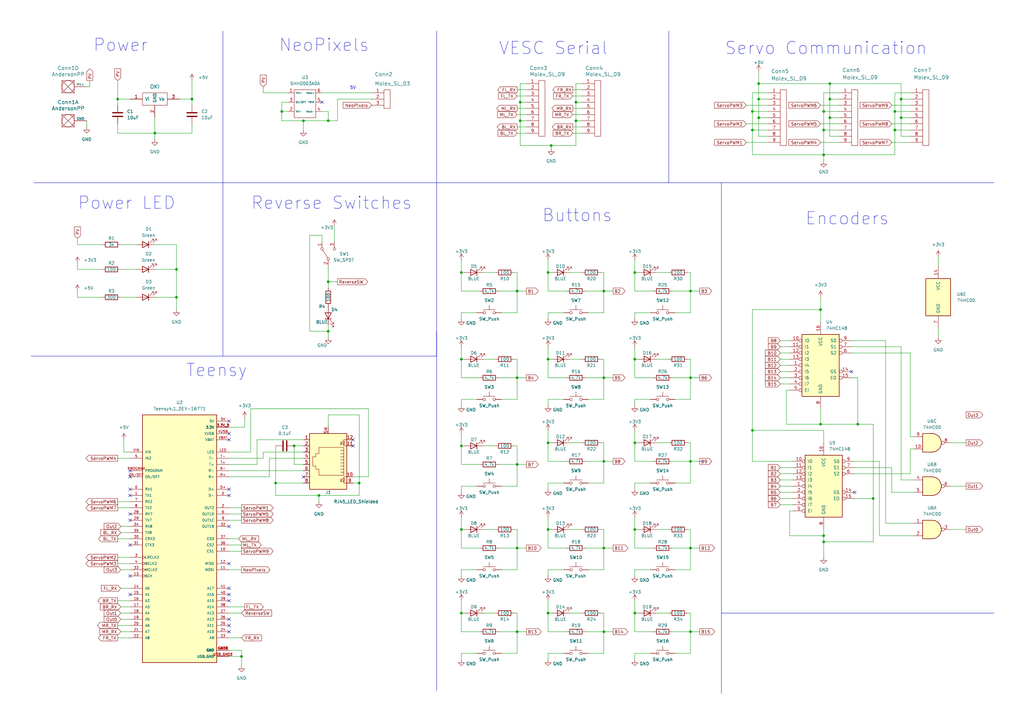
<source format=kicad_sch>
(kicad_sch (version 20230121) (generator eeschema)
  (paper "A3")
  (junction (at 48.26 40.64))
  (junction (at 120.65 182.88))
  (junction (at 247.65 119.38))
  (junction (at 63.5 54.61))
  (junction (at 337.82 222.25))
  (junction (at 369.57 48.26))
  (junction (at 226.06 59.69))
  (junction (at 224.79 181.61))
  (junction (at 260.35 217.17))
  (junction (at 189.23 182.88))
  (junction (at 308.61 53.34))
  (junction (at 212.09 224.79))
  (junction (at 124.46 49.53))
  (junction (at 367.03 45.72))
  (junction (at 369.57 40.64))
  (junction (at 212.09 259.08))
  (junction (at 224.79 147.32))
  (junction (at 308.61 45.72))
  (junction (at 260.35 251.46))
  (junction (at 367.03 53.34))
  (junction (at 337.82 63.5))
  (junction (at 351.79 173.99))
  (junction (at 247.65 154.94))
  (junction (at 224.79 217.17))
  (junction (at 260.35 181.61))
  (junction (at 115.57 45.72))
  (junction (at 308.61 176.53))
  (junction (at 247.65 189.23))
  (junction (at 247.65 259.08))
  (junction (at 283.21 224.79))
  (junction (at 283.21 259.08))
  (junction (at 212.09 154.94))
  (junction (at 336.55 127))
  (junction (at 336.55 173.99))
  (junction (at 311.15 48.26))
  (junction (at 113.03 198.12))
  (junction (at 247.65 224.79))
  (junction (at 72.39 121.92))
  (junction (at 134.62 115.57))
  (junction (at 212.09 119.38))
  (junction (at 236.22 41.91))
  (junction (at 340.36 34.29))
  (junction (at 130.81 203.2))
  (junction (at 311.15 40.64))
  (junction (at 311.15 34.29))
  (junction (at 189.23 217.17))
  (junction (at 134.62 135.89))
  (junction (at 189.23 111.76))
  (junction (at 224.79 251.46))
  (junction (at 337.82 45.72))
  (junction (at 283.21 119.38))
  (junction (at 340.36 40.64))
  (junction (at 337.82 219.71))
  (junction (at 213.36 49.53))
  (junction (at 340.36 48.26))
  (junction (at 212.09 190.5))
  (junction (at 147.32 198.12))
  (junction (at 283.21 154.94))
  (junction (at 283.21 189.23))
  (junction (at 236.22 49.53))
  (junction (at 134.62 49.53))
  (junction (at 99.06 269.24))
  (junction (at 260.35 111.76))
  (junction (at 189.23 251.46))
  (junction (at 337.82 53.34))
  (junction (at 72.39 110.49))
  (junction (at 224.79 111.76))
  (junction (at 78.74 40.64))
  (junction (at 260.35 147.32))
  (junction (at 189.23 147.32))
  (junction (at 213.36 41.91))
  (junction (at 358.14 204.47))
  (no_connect (at 132.08 41.91))
  (no_connect (at 93.98 259.08))
  (no_connect (at 93.98 172.72))
  (no_connect (at 144.78 182.88))
  (no_connect (at 93.98 231.14))
  (no_connect (at 53.34 210.82))
  (no_connect (at 350.52 201.93))
  (no_connect (at 144.78 180.34))
  (no_connect (at 93.98 203.2))
  (no_connect (at 93.98 215.9))
  (no_connect (at 93.98 254))
  (no_connect (at 53.34 223.52))
  (no_connect (at 93.98 246.38))
  (no_connect (at 53.34 203.2))
  (no_connect (at 53.34 236.22))
  (no_connect (at 93.98 180.34))
  (no_connect (at 53.34 200.66))
  (no_connect (at 53.34 243.84))
  (no_connect (at 53.34 193.04))
  (no_connect (at 93.98 256.54))
  (no_connect (at 53.34 195.58))
  (no_connect (at 124.46 195.58))
  (no_connect (at 93.98 200.66))
  (no_connect (at 93.98 177.8))
  (no_connect (at 93.98 243.84))
  (no_connect (at 53.34 213.36))
  (no_connect (at 93.98 241.3))
  (no_connect (at 349.25 152.4))
  (wire (pts (xy 369.57 48.26) (xy 373.38 48.26)))
  (wire (pts (xy 283.21 233.68) (xy 283.21 224.79)))
  (wire (pts (xy 224.79 246.38) (xy 224.79 251.46)))
  (wire (pts (xy 246.38 251.46) (xy 247.65 251.46)))
  (wire (pts (xy 241.3 233.68) (xy 247.65 233.68)))
  (wire (pts (xy 49.53 248.92) (xy 53.34 248.92)))
  (wire (pts (xy 224.79 251.46) (xy 226.06 251.46)))
  (wire (pts (xy 247.65 217.17) (xy 247.65 224.79)))
  (wire (pts (xy 105.41 180.34) (xy 105.41 190.5)))
  (wire (pts (xy 107.95 185.42) (xy 124.46 185.42)))
  (wire (pts (xy 72.39 121.92) (xy 72.39 127)))
  (wire (pts (xy 260.35 111.76) (xy 260.35 119.38)))
  (wire (pts (xy 260.35 224.79) (xy 267.97 224.79)))
  (wire (pts (xy 281.94 147.32) (xy 283.21 147.32)))
  (wire (pts (xy 120.65 190.5) (xy 120.65 182.88)))
  (wire (pts (xy 93.98 220.98) (xy 97.79 220.98)))
  (wire (pts (xy 224.79 181.61) (xy 224.79 189.23)))
  (wire (pts (xy 107.95 35.56) (xy 107.95 38.1)))
  (wire (pts (xy 224.79 154.94) (xy 232.41 154.94)))
  (wire (pts (xy 189.23 182.88) (xy 190.5 182.88)))
  (wire (pts (xy 260.35 147.32) (xy 260.35 154.94)))
  (wire (pts (xy 93.98 175.26) (xy 100.33 175.26)))
  (wire (pts (xy 124.46 190.5) (xy 120.65 190.5)))
  (wire (pts (xy 93.98 226.06) (xy 99.06 226.06)))
  (wire (pts (xy 198.12 217.17) (xy 203.2 217.17)))
  (wire (pts (xy 367.03 45.72) (xy 367.03 53.34)))
  (wire (pts (xy 260.35 200.66) (xy 260.35 198.12)))
  (wire (pts (xy 110.49 195.58) (xy 93.98 195.58)))
  (wire (pts (xy 49.53 218.44) (xy 53.34 218.44)))
  (wire (pts (xy 260.35 119.38) (xy 267.97 119.38)))
  (wire (pts (xy 283.21 147.32) (xy 283.21 154.94)))
  (polyline (pts (xy 91.44 146.05) (xy 179.07 146.05)))
  (wire (pts (xy 224.79 166.37) (xy 224.79 163.83)))
  (wire (pts (xy 320.04 144.78) (xy 323.85 144.78)))
  (wire (pts (xy 337.82 219.71) (xy 337.82 222.25)))
  (wire (pts (xy 212.09 39.37) (xy 215.9 39.37)))
  (wire (pts (xy 283.21 217.17) (xy 283.21 224.79)))
  (wire (pts (xy 281.94 181.61) (xy 283.21 181.61)))
  (wire (pts (xy 233.68 147.32) (xy 238.76 147.32)))
  (wire (pts (xy 35.56 49.53) (xy 35.56 52.07)))
  (wire (pts (xy 276.86 233.68) (xy 283.21 233.68)))
  (wire (pts (xy 189.23 259.08) (xy 196.85 259.08)))
  (wire (pts (xy 308.61 53.34) (xy 314.96 53.34)))
  (wire (pts (xy 212.09 154.94) (xy 215.9 154.94)))
  (wire (pts (xy 234.95 39.37) (xy 238.76 39.37)))
  (wire (pts (xy 269.24 181.61) (xy 274.32 181.61)))
  (wire (pts (xy 276.86 163.83) (xy 283.21 163.83)))
  (polyline (pts (xy 91.44 74.93) (xy 179.07 74.93)))
  (wire (pts (xy 241.3 128.27) (xy 247.65 128.27)))
  (wire (pts (xy 360.68 189.23) (xy 360.68 219.71)))
  (wire (pts (xy 323.85 219.71) (xy 337.82 219.71)))
  (wire (pts (xy 31.75 110.49) (xy 31.75 107.95)))
  (wire (pts (xy 336.55 167.64) (xy 336.55 173.99)))
  (wire (pts (xy 314.96 38.1) (xy 308.61 38.1)))
  (wire (pts (xy 212.09 147.32) (xy 212.09 154.94)))
  (wire (pts (xy 349.25 144.78) (xy 373.38 144.78)))
  (wire (pts (xy 283.21 111.76) (xy 283.21 119.38)))
  (wire (pts (xy 336.55 50.8) (xy 344.17 50.8)))
  (wire (pts (xy 320.04 157.48) (xy 323.85 157.48)))
  (wire (pts (xy 204.47 224.79) (xy 212.09 224.79)))
  (wire (pts (xy 49.53 121.92) (xy 55.88 121.92)))
  (wire (pts (xy 210.82 182.88) (xy 212.09 182.88)))
  (wire (pts (xy 367.03 38.1) (xy 367.03 45.72)))
  (wire (pts (xy 210.82 147.32) (xy 212.09 147.32)))
  (wire (pts (xy 236.22 34.29) (xy 236.22 41.91)))
  (wire (pts (xy 320.04 149.86) (xy 323.85 149.86)))
  (wire (pts (xy 189.23 217.17) (xy 189.23 224.79)))
  (wire (pts (xy 336.55 43.18) (xy 344.17 43.18)))
  (wire (pts (xy 49.53 215.9) (xy 53.34 215.9)))
  (wire (pts (xy 189.23 212.09) (xy 189.23 217.17)))
  (wire (pts (xy 205.74 128.27) (xy 212.09 128.27)))
  (wire (pts (xy 78.74 40.64) (xy 78.74 33.02)))
  (wire (pts (xy 189.23 246.38) (xy 189.23 251.46)))
  (wire (pts (xy 260.35 176.53) (xy 260.35 181.61)))
  (wire (pts (xy 93.98 193.04) (xy 124.46 193.04)))
  (wire (pts (xy 260.35 163.83) (xy 266.7 163.83)))
  (wire (pts (xy 308.61 45.72) (xy 308.61 53.34)))
  (wire (pts (xy 373.38 38.1) (xy 367.03 38.1)))
  (wire (pts (xy 48.26 50.8) (xy 48.26 54.61)))
  (wire (pts (xy 320.04 139.7) (xy 323.85 139.7)))
  (wire (pts (xy 283.21 267.97) (xy 283.21 259.08)))
  (wire (pts (xy 246.38 111.76) (xy 247.65 111.76)))
  (wire (pts (xy 365.76 191.77) (xy 365.76 201.93)))
  (wire (pts (xy 247.65 267.97) (xy 247.65 259.08)))
  (wire (pts (xy 138.43 49.53) (xy 134.62 49.53)))
  (wire (pts (xy 311.15 48.26) (xy 314.96 48.26)))
  (wire (pts (xy 260.35 128.27) (xy 266.7 128.27)))
  (wire (pts (xy 320.04 204.47) (xy 325.12 204.47)))
  (wire (pts (xy 105.41 190.5) (xy 93.98 190.5)))
  (wire (pts (xy 31.75 97.79) (xy 31.75 100.33)))
  (wire (pts (xy 212.09 36.83) (xy 215.9 36.83)))
  (wire (pts (xy 198.12 251.46) (xy 203.2 251.46)))
  (wire (pts (xy 31.75 110.49) (xy 41.91 110.49)))
  (wire (pts (xy 283.21 119.38) (xy 287.02 119.38)))
  (wire (pts (xy 275.59 189.23) (xy 283.21 189.23)))
  (wire (pts (xy 260.35 233.68) (xy 266.7 233.68)))
  (polyline (pts (xy 295.91 251.46) (xy 295.91 284.48)))
  (wire (pts (xy 134.62 138.43) (xy 134.62 135.89)))
  (wire (pts (xy 373.38 179.07) (xy 374.65 179.07)))
  (wire (pts (xy 224.79 270.51) (xy 224.79 267.97)))
  (wire (pts (xy 212.09 199.39) (xy 212.09 190.5)))
  (wire (pts (xy 322.58 160.02) (xy 322.58 173.99)))
  (wire (pts (xy 260.35 181.61) (xy 261.62 181.61)))
  (wire (pts (xy 247.65 198.12) (xy 247.65 189.23)))
  (wire (pts (xy 283.21 154.94) (xy 287.02 154.94)))
  (wire (pts (xy 351.79 154.94) (xy 349.25 154.94)))
  (wire (pts (xy 365.76 43.18) (xy 373.38 43.18)))
  (wire (pts (xy 367.03 53.34) (xy 367.03 63.5)))
  (wire (pts (xy 204.47 190.5) (xy 212.09 190.5)))
  (wire (pts (xy 336.55 127) (xy 336.55 132.08)))
  (wire (pts (xy 93.98 251.46) (xy 99.06 251.46)))
  (wire (pts (xy 48.26 40.64) (xy 48.26 43.18)))
  (wire (pts (xy 72.39 100.33) (xy 72.39 110.49)))
  (wire (pts (xy 224.79 147.32) (xy 226.06 147.32)))
  (wire (pts (xy 240.03 119.38) (xy 247.65 119.38)))
  (wire (pts (xy 63.5 48.26) (xy 63.5 54.61)))
  (wire (pts (xy 205.74 163.83) (xy 212.09 163.83)))
  (wire (pts (xy 113.03 182.88) (xy 113.03 198.12)))
  (wire (pts (xy 281.94 217.17) (xy 283.21 217.17)))
  (wire (pts (xy 283.21 189.23) (xy 287.02 189.23)))
  (wire (pts (xy 224.79 189.23) (xy 232.41 189.23)))
  (wire (pts (xy 320.04 152.4) (xy 323.85 152.4)))
  (wire (pts (xy 308.61 53.34) (xy 308.61 63.5)))
  (wire (pts (xy 49.53 254) (xy 53.34 254)))
  (wire (pts (xy 226.06 60.96) (xy 226.06 59.69)))
  (wire (pts (xy 213.36 41.91) (xy 213.36 49.53)))
  (wire (pts (xy 48.26 261.62) (xy 53.34 261.62)))
  (wire (pts (xy 260.35 212.09) (xy 260.35 217.17)))
  (wire (pts (xy 120.65 182.88) (xy 124.46 182.88)))
  (wire (pts (xy 224.79 217.17) (xy 226.06 217.17)))
  (polyline (pts (xy 179.07 146.05) (xy 179.07 135.89)))
  (wire (pts (xy 275.59 154.94) (xy 283.21 154.94)))
  (wire (pts (xy 337.82 53.34) (xy 344.17 53.34)))
  (wire (pts (xy 358.14 204.47) (xy 358.14 222.25)))
  (wire (pts (xy 241.3 163.83) (xy 247.65 163.83)))
  (wire (pts (xy 224.79 176.53) (xy 224.79 181.61)))
  (wire (pts (xy 127 96.52) (xy 127 135.89)))
  (wire (pts (xy 127 96.52) (xy 132.08 96.52)))
  (wire (pts (xy 212.09 111.76) (xy 212.09 119.38)))
  (wire (pts (xy 337.82 45.72) (xy 337.82 53.34)))
  (polyline (pts (xy 91.44 74.93) (xy 91.44 146.05)))
  (wire (pts (xy 48.26 220.98) (xy 53.34 220.98)))
  (wire (pts (xy 49.53 241.3) (xy 53.34 241.3)))
  (wire (pts (xy 147.32 198.12) (xy 147.32 203.2)))
  (wire (pts (xy 212.09 233.68) (xy 212.09 224.79)))
  (wire (pts (xy 130.81 203.2) (xy 147.32 203.2)))
  (wire (pts (xy 260.35 270.51) (xy 260.35 267.97)))
  (wire (pts (xy 189.23 233.68) (xy 195.58 233.68)))
  (wire (pts (xy 350.52 204.47) (xy 358.14 204.47)))
  (wire (pts (xy 369.57 34.29) (xy 369.57 40.64)))
  (wire (pts (xy 189.23 106.68) (xy 189.23 111.76)))
  (polyline (pts (xy 179.07 146.05) (xy 179.07 74.93)))
  (wire (pts (xy 189.23 199.39) (xy 195.58 199.39)))
  (wire (pts (xy 213.36 59.69) (xy 226.06 59.69)))
  (wire (pts (xy 238.76 34.29) (xy 236.22 34.29)))
  (wire (pts (xy 224.79 236.22) (xy 224.79 233.68)))
  (wire (pts (xy 247.65 233.68) (xy 247.65 224.79)))
  (wire (pts (xy 147.32 170.18) (xy 147.32 198.12)))
  (wire (pts (xy 72.39 110.49) (xy 72.39 121.92)))
  (wire (pts (xy 132.08 38.1) (xy 152.4 38.1)))
  (wire (pts (xy 384.81 105.41) (xy 384.81 109.22)))
  (wire (pts (xy 99.06 266.7) (xy 99.06 269.24)))
  (wire (pts (xy 134.62 115.57) (xy 134.62 118.11)))
  (wire (pts (xy 240.03 259.08) (xy 247.65 259.08)))
  (wire (pts (xy 260.35 251.46) (xy 260.35 259.08)))
  (wire (pts (xy 224.79 198.12) (xy 231.14 198.12)))
  (wire (pts (xy 189.23 190.5) (xy 196.85 190.5)))
  (wire (pts (xy 49.53 110.49) (xy 55.88 110.49)))
  (wire (pts (xy 336.55 121.92) (xy 336.55 127)))
  (wire (pts (xy 283.21 163.83) (xy 283.21 154.94)))
  (wire (pts (xy 189.23 154.94) (xy 196.85 154.94)))
  (wire (pts (xy 63.5 121.92) (xy 72.39 121.92)))
  (wire (pts (xy 134.62 45.72) (xy 132.08 45.72)))
  (wire (pts (xy 144.78 198.12) (xy 147.32 198.12)))
  (wire (pts (xy 233.68 111.76) (xy 238.76 111.76)))
  (wire (pts (xy 337.82 38.1) (xy 344.17 38.1)))
  (wire (pts (xy 247.65 259.08) (xy 251.46 259.08)))
  (wire (pts (xy 189.23 163.83) (xy 195.58 163.83)))
  (wire (pts (xy 234.95 52.07) (xy 238.76 52.07)))
  (wire (pts (xy 247.65 189.23) (xy 251.46 189.23)))
  (wire (pts (xy 369.57 142.24) (xy 369.57 196.85)))
  (wire (pts (xy 213.36 34.29) (xy 213.36 41.91)))
  (wire (pts (xy 93.98 223.52) (xy 99.06 223.52)))
  (wire (pts (xy 53.34 185.42) (xy 50.8 185.42)))
  (wire (pts (xy 189.23 147.32) (xy 190.5 147.32)))
  (wire (pts (xy 124.46 187.96) (xy 110.49 187.96)))
  (wire (pts (xy 234.95 44.45) (xy 238.76 44.45)))
  (wire (pts (xy 48.26 231.14) (xy 53.34 231.14)))
  (wire (pts (xy 31.75 100.33) (xy 41.91 100.33)))
  (wire (pts (xy 213.36 49.53) (xy 213.36 59.69)))
  (wire (pts (xy 260.35 154.94) (xy 267.97 154.94)))
  (wire (pts (xy 260.35 217.17) (xy 260.35 224.79)))
  (wire (pts (xy 269.24 111.76) (xy 274.32 111.76)))
  (wire (pts (xy 50.8 185.42) (xy 50.8 180.34)))
  (wire (pts (xy 93.98 213.36) (xy 99.06 213.36)))
  (wire (pts (xy 260.35 181.61) (xy 260.35 189.23)))
  (wire (pts (xy 260.35 236.22) (xy 260.35 233.68)))
  (wire (pts (xy 275.59 224.79) (xy 283.21 224.79)))
  (wire (pts (xy 189.23 166.37) (xy 189.23 163.83)))
  (wire (pts (xy 365.76 50.8) (xy 373.38 50.8)))
  (wire (pts (xy 213.36 34.29) (xy 215.9 34.29)))
  (wire (pts (xy 281.94 251.46) (xy 283.21 251.46)))
  (wire (pts (xy 113.03 198.12) (xy 124.46 198.12)))
  (wire (pts (xy 78.74 54.61) (xy 63.5 54.61)))
  (wire (pts (xy 189.23 142.24) (xy 189.23 147.32)))
  (wire (pts (xy 247.65 119.38) (xy 251.46 119.38)))
  (wire (pts (xy 36.83 35.56) (xy 35.56 35.56)))
  (wire (pts (xy 198.12 111.76) (xy 203.2 111.76)))
  (wire (pts (xy 241.3 267.97) (xy 247.65 267.97)))
  (wire (pts (xy 48.26 228.6) (xy 53.34 228.6)))
  (wire (pts (xy 260.35 198.12) (xy 266.7 198.12)))
  (wire (pts (xy 134.62 133.35) (xy 134.62 135.89)))
  (wire (pts (xy 134.62 170.18) (xy 147.32 170.18)))
  (wire (pts (xy 210.82 217.17) (xy 212.09 217.17)))
  (wire (pts (xy 189.23 119.38) (xy 196.85 119.38)))
  (wire (pts (xy 369.57 55.88) (xy 373.38 55.88)))
  (wire (pts (xy 275.59 119.38) (xy 283.21 119.38)))
  (wire (pts (xy 389.89 181.61) (xy 396.24 181.61)))
  (wire (pts (xy 373.38 184.15) (xy 374.65 184.15)))
  (wire (pts (xy 212.09 267.97) (xy 212.09 259.08)))
  (wire (pts (xy 189.23 147.32) (xy 189.23 154.94)))
  (wire (pts (xy 224.79 128.27) (xy 231.14 128.27)))
  (wire (pts (xy 337.82 38.1) (xy 337.82 45.72)))
  (wire (pts (xy 93.98 269.24) (xy 99.06 269.24)))
  (wire (pts (xy 212.09 190.5) (xy 215.9 190.5)))
  (polyline (pts (xy 295.91 251.46) (xy 407.67 251.46)))
  (wire (pts (xy 247.65 163.83) (xy 247.65 154.94)))
  (wire (pts (xy 308.61 127) (xy 308.61 176.53)))
  (wire (pts (xy 337.82 45.72) (xy 344.17 45.72)))
  (wire (pts (xy 247.65 154.94) (xy 251.46 154.94)))
  (polyline (pts (xy 179.07 74.93) (xy 274.32 74.93)))
  (wire (pts (xy 189.23 251.46) (xy 189.23 259.08)))
  (wire (pts (xy 340.36 40.64) (xy 344.17 40.64)))
  (wire (pts (xy 320.04 147.32) (xy 323.85 147.32)))
  (wire (pts (xy 115.57 49.53) (xy 124.46 49.53)))
  (wire (pts (xy 247.65 111.76) (xy 247.65 119.38)))
  (wire (pts (xy 224.79 212.09) (xy 224.79 217.17)))
  (wire (pts (xy 358.14 173.99) (xy 358.14 204.47)))
  (wire (pts (xy 260.35 189.23) (xy 267.97 189.23)))
  (wire (pts (xy 283.21 198.12) (xy 283.21 189.23)))
  (wire (pts (xy 369.57 48.26) (xy 369.57 55.88)))
  (wire (pts (xy 138.43 40.64) (xy 138.43 49.53)))
  (wire (pts (xy 281.94 111.76) (xy 283.21 111.76)))
  (wire (pts (xy 308.61 45.72) (xy 314.96 45.72)))
  (wire (pts (xy 260.35 259.08) (xy 267.97 259.08)))
  (wire (pts (xy 350.52 194.31) (xy 373.38 194.31)))
  (wire (pts (xy 107.95 38.1) (xy 118.11 38.1)))
  (wire (pts (xy 308.61 176.53) (xy 308.61 189.23)))
  (wire (pts (xy 78.74 40.64) (xy 78.74 43.18)))
  (wire (pts (xy 189.23 111.76) (xy 189.23 119.38)))
  (wire (pts (xy 130.81 203.2) (xy 130.81 205.74)))
  (wire (pts (xy 367.03 45.72) (xy 373.38 45.72)))
  (wire (pts (xy 189.23 236.22) (xy 189.23 233.68)))
  (wire (pts (xy 247.65 181.61) (xy 247.65 189.23)))
  (wire (pts (xy 63.5 54.61) (xy 63.5 57.15)))
  (wire (pts (xy 336.55 127) (xy 308.61 127)))
  (wire (pts (xy 269.24 147.32) (xy 274.32 147.32)))
  (wire (pts (xy 118.11 41.91) (xy 115.57 41.91)))
  (wire (pts (xy 48.26 246.38) (xy 53.34 246.38)))
  (wire (pts (xy 363.22 214.63) (xy 374.65 214.63)))
  (wire (pts (xy 236.22 49.53) (xy 238.76 49.53)))
  (wire (pts (xy 320.04 142.24) (xy 323.85 142.24)))
  (wire (pts (xy 247.65 224.79) (xy 251.46 224.79)))
  (wire (pts (xy 113.03 203.2) (xy 130.81 203.2)))
  (wire (pts (xy 48.26 33.02) (xy 48.26 40.64)))
  (wire (pts (xy 189.23 130.81) (xy 189.23 128.27)))
  (wire (pts (xy 189.23 177.8) (xy 189.23 182.88)))
  (wire (pts (xy 236.22 41.91) (xy 238.76 41.91)))
  (wire (pts (xy 320.04 199.39) (xy 325.12 199.39)))
  (wire (pts (xy 132.08 96.52) (xy 132.08 99.06)))
  (wire (pts (xy 234.95 36.83) (xy 238.76 36.83)))
  (polyline (pts (xy 13.97 74.93) (xy 91.44 74.93)))
  (wire (pts (xy 322.58 173.99) (xy 336.55 173.99)))
  (polyline (pts (xy 287.02 189.23) (xy 288.29 189.23)))
  (wire (pts (xy 134.62 135.89) (xy 127 135.89)))
  (wire (pts (xy 247.65 147.32) (xy 247.65 154.94)))
  (wire (pts (xy 351.79 173.99) (xy 358.14 173.99)))
  (wire (pts (xy 212.09 251.46) (xy 212.09 259.08)))
  (wire (pts (xy 224.79 224.79) (xy 232.41 224.79)))
  (wire (pts (xy 49.53 233.68) (xy 53.34 233.68)))
  (wire (pts (xy 99.06 269.24) (xy 99.06 273.05)))
  (wire (pts (xy 337.82 176.53) (xy 337.82 181.61)))
  (wire (pts (xy 110.49 187.96) (xy 110.49 195.58)))
  (wire (pts (xy 151.13 167.64) (xy 102.87 167.64)))
  (wire (pts (xy 247.65 251.46) (xy 247.65 259.08)))
  (wire (pts (xy 275.59 259.08) (xy 283.21 259.08)))
  (wire (pts (xy 241.3 198.12) (xy 247.65 198.12)))
  (wire (pts (xy 212.09 224.79) (xy 215.9 224.79)))
  (wire (pts (xy 311.15 40.64) (xy 311.15 48.26)))
  (wire (pts (xy 323.85 160.02) (xy 322.58 160.02)))
  (wire (pts (xy 283.21 251.46) (xy 283.21 259.08)))
  (wire (pts (xy 260.35 130.81) (xy 260.35 128.27)))
  (wire (pts (xy 389.89 199.39) (xy 396.24 199.39)))
  (wire (pts (xy 124.46 180.34) (xy 105.41 180.34)))
  (wire (pts (xy 198.12 147.32) (xy 203.2 147.32)))
  (wire (pts (xy 48.26 205.74) (xy 53.34 205.74)))
  (wire (pts (xy 260.35 142.24) (xy 260.35 147.32)))
  (wire (pts (xy 260.35 147.32) (xy 261.62 147.32)))
  (wire (pts (xy 365.76 201.93) (xy 374.65 201.93)))
  (wire (pts (xy 283.21 128.27) (xy 283.21 119.38)))
  (wire (pts (xy 320.04 191.77) (xy 325.12 191.77)))
  (wire (pts (xy 212.09 119.38) (xy 215.9 119.38)))
  (wire (pts (xy 213.36 49.53) (xy 215.9 49.53)))
  (wire (pts (xy 308.61 176.53) (xy 337.82 176.53)))
  (wire (pts (xy 260.35 267.97) (xy 266.7 267.97)))
  (wire (pts (xy 151.13 167.64) (xy 151.13 195.58)))
  (wire (pts (xy 308.61 63.5) (xy 337.82 63.5)))
  (wire (pts (xy 340.36 40.64) (xy 340.36 48.26)))
  (wire (pts (xy 189.23 267.97) (xy 195.58 267.97)))
  (wire (pts (xy 351.79 154.94) (xy 351.79 173.99)))
  (wire (pts (xy 212.09 163.83) (xy 212.09 154.94)))
  (wire (pts (xy 373.38 194.31) (xy 373.38 184.15)))
  (wire (pts (xy 93.98 266.7) (xy 99.06 266.7)))
  (wire (pts (xy 236.22 49.53) (xy 236.22 59.69)))
  (wire (pts (xy 205.74 199.39) (xy 212.09 199.39)))
  (wire (pts (xy 189.23 201.93) (xy 189.23 199.39)))
  (wire (pts (xy 212.09 259.08) (xy 215.9 259.08)))
  (wire (pts (xy 373.38 144.78) (xy 373.38 179.07)))
  (wire (pts (xy 48.26 54.61) (xy 63.5 54.61)))
  (wire (pts (xy 41.91 121.92) (xy 31.75 121.92)))
  (wire (pts (xy 320.04 207.01) (xy 325.12 207.01)))
  (wire (pts (xy 189.23 224.79) (xy 196.85 224.79)))
  (wire (pts (xy 138.43 115.57) (xy 134.62 115.57)))
  (wire (pts (xy 311.15 55.88) (xy 314.96 55.88)))
  (wire (pts (xy 115.57 41.91) (xy 115.57 45.72)))
  (wire (pts (xy 205.74 267.97) (xy 212.09 267.97)))
  (wire (pts (xy 337.82 222.25) (xy 337.82 228.6)))
  (wire (pts (xy 224.79 163.83) (xy 231.14 163.83)))
  (wire (pts (xy 337.82 63.5) (xy 367.03 63.5)))
  (polyline (pts (xy 295.91 74.93) (xy 295.91 251.46)))
  (wire (pts (xy 204.47 154.94) (xy 212.09 154.94)))
  (wire (pts (xy 78.74 50.8) (xy 78.74 54.61)))
  (wire (pts (xy 204.47 119.38) (xy 212.09 119.38)))
  (wire (pts (xy 233.68 217.17) (xy 238.76 217.17)))
  (wire (pts (xy 269.24 217.17) (xy 274.32 217.17)))
  (wire (pts (xy 212.09 46.99) (xy 215.9 46.99)))
  (wire (pts (xy 93.98 210.82) (xy 99.06 210.82)))
  (wire (pts (xy 224.79 111.76) (xy 226.06 111.76)))
  (wire (pts (xy 233.68 251.46) (xy 238.76 251.46)))
  (wire (pts (xy 212.09 217.17) (xy 212.09 224.79)))
  (wire (pts (xy 337.82 63.5) (xy 337.82 66.04)))
  (wire (pts (xy 260.35 166.37) (xy 260.35 163.83)))
  (wire (pts (xy 213.36 41.91) (xy 215.9 41.91)))
  (wire (pts (xy 134.62 170.18) (xy 134.62 175.26)))
  (wire (pts (xy 340.36 34.29) (xy 340.36 40.64)))
  (wire (pts (xy 124.46 49.53) (xy 134.62 49.53)))
  (wire (pts (xy 269.24 251.46) (xy 274.32 251.46)))
  (wire (pts (xy 336.55 173.99) (xy 351.79 173.99)))
  (wire (pts (xy 247.65 128.27) (xy 247.65 119.38)))
  (wire (pts (xy 337.82 217.17) (xy 337.82 219.71)))
  (wire (pts (xy 224.79 142.24) (xy 224.79 147.32)))
  (wire (pts (xy 369.57 196.85) (xy 374.65 196.85)))
  (wire (pts (xy 224.79 267.97) (xy 231.14 267.97)))
  (wire (pts (xy 349.25 142.24) (xy 369.57 142.24)))
  (wire (pts (xy 234.95 46.99) (xy 238.76 46.99)))
  (wire (pts (xy 360.68 219.71) (xy 374.65 219.71)))
  (wire (pts (xy 189.23 217.17) (xy 190.5 217.17)))
  (polyline (pts (xy 274.32 12.7) (xy 274.32 74.93)))
  (wire (pts (xy 63.5 100.33) (xy 72.39 100.33)))
  (wire (pts (xy 36.83 33.02) (xy 36.83 35.56)))
  (wire (pts (xy 198.12 182.88) (xy 203.2 182.88)))
  (wire (pts (xy 323.85 209.55) (xy 323.85 219.71)))
  (wire (pts (xy 369.57 40.64) (xy 373.38 40.64)))
  (wire (pts (xy 48.26 208.28) (xy 53.34 208.28)))
  (wire (pts (xy 363.22 139.7) (xy 363.22 214.63)))
  (wire (pts (xy 224.79 111.76) (xy 224.79 119.38)))
  (wire (pts (xy 48.26 256.54) (xy 53.34 256.54)))
  (wire (pts (xy 212.09 44.45) (xy 215.9 44.45)))
  (wire (pts (xy 311.15 34.29) (xy 311.15 40.64)))
  (wire (pts (xy 49.53 251.46) (xy 53.34 251.46)))
  (wire (pts (xy 226.06 59.69) (xy 236.22 59.69)))
  (wire (pts (xy 224.79 251.46) (xy 224.79 259.08)))
  (wire (pts (xy 276.86 198.12) (xy 283.21 198.12)))
  (wire (pts (xy 49.53 259.08) (xy 53.34 259.08)))
  (wire (pts (xy 124.46 49.53) (xy 124.46 53.34)))
  (wire (pts (xy 344.17 55.88) (xy 340.36 55.88)))
  (wire (pts (xy 93.98 233.68) (xy 99.06 233.68)))
  (wire (pts (xy 365.76 58.42) (xy 373.38 58.42)))
  (wire (pts (xy 320.04 154.94) (xy 323.85 154.94)))
  (wire (pts (xy 260.35 106.68) (xy 260.35 111.76)))
  (wire (pts (xy 189.23 182.88) (xy 189.23 190.5)))
  (wire (pts (xy 283.21 259.08) (xy 287.02 259.08)))
  (wire (pts (xy 93.98 261.62) (xy 99.06 261.62)))
  (wire (pts (xy 107.95 187.96) (xy 107.95 185.42)))
  (wire (pts (xy 115.57 45.72) (xy 118.11 45.72)))
  (wire (pts (xy 306.07 58.42) (xy 314.96 58.42)))
  (wire (pts (xy 137.16 92.71) (xy 137.16 99.06)))
  (wire (pts (xy 205.74 233.68) (xy 212.09 233.68)))
  (wire (pts (xy 224.79 200.66) (xy 224.79 198.12)))
  (wire (pts (xy 48.26 40.64) (xy 53.34 40.64)))
  (wire (pts (xy 63.5 110.49) (xy 72.39 110.49)))
  (wire (pts (xy 246.38 147.32) (xy 247.65 147.32)))
  (wire (pts (xy 212.09 54.61) (xy 215.9 54.61)))
  (wire (pts (xy 311.15 29.21) (xy 311.15 34.29)))
  (wire (pts (xy 224.79 233.68) (xy 231.14 233.68)))
  (wire (pts (xy 340.36 48.26) (xy 340.36 55.88)))
  (wire (pts (xy 336.55 58.42) (xy 344.17 58.42)))
  (wire (pts (xy 389.89 217.17) (xy 396.24 217.17)))
  (wire (pts (xy 224.79 259.08) (xy 232.41 259.08)))
  (wire (pts (xy 308.61 189.23) (xy 325.12 189.23)))
  (polyline (pts (xy 274.32 74.93) (xy 407.67 74.93)))
  (wire (pts (xy 325.12 209.55) (xy 323.85 209.55)))
  (wire (pts (xy 358.14 222.25) (xy 337.82 222.25)))
  (wire (pts (xy 260.35 217.17) (xy 261.62 217.17)))
  (wire (pts (xy 73.66 40.64) (xy 78.74 40.64)))
  (wire (pts (xy 134.62 45.72) (xy 134.62 49.53)))
  (polyline (pts (xy 91.44 12.7) (xy 91.44 74.93)))
  (wire (pts (xy 236.22 41.91) (xy 236.22 49.53)))
  (wire (pts (xy 31.75 121.92) (xy 31.75 119.38)))
  (wire (pts (xy 260.35 251.46) (xy 261.62 251.46)))
  (wire (pts (xy 93.98 208.28) (xy 99.06 208.28)))
  (wire (pts (xy 311.15 40.64) (xy 314.96 40.64)))
  (wire (pts (xy 246.38 181.61) (xy 247.65 181.61)))
  (wire (pts (xy 320.04 196.85) (xy 325.12 196.85)))
  (wire (pts (xy 204.47 259.08) (xy 212.09 259.08)))
  (wire (pts (xy 224.79 147.32) (xy 224.79 154.94)))
  (wire (pts (xy 210.82 111.76) (xy 212.09 111.76)))
  (wire (pts (xy 212.09 182.88) (xy 212.09 190.5)))
  (wire (pts (xy 350.52 191.77) (xy 365.76 191.77)))
  (wire (pts (xy 349.25 139.7) (xy 363.22 139.7)))
  (polyline (pts (xy 179.07 12.7) (xy 179.07 74.93)))
  (wire (pts (xy 276.86 128.27) (xy 283.21 128.27)))
  (wire (pts (xy 224.79 106.68) (xy 224.79 111.76)))
  (wire (pts (xy 369.57 40.64) (xy 369.57 48.26)))
  (wire (pts (xy 93.98 187.96) (xy 107.95 187.96)))
  (wire (pts (xy 93.98 185.42) (xy 102.87 185.42)))
  (wire (pts (xy 224.79 130.81) (xy 224.79 128.27)))
  (wire (pts (xy 212.09 128.27) (xy 212.09 119.38)))
  (wire (pts (xy 308.61 38.1) (xy 308.61 45.72)))
  (wire (pts (xy 246.38 217.17) (xy 247.65 217.17)))
  (wire (pts (xy 210.82 251.46) (xy 212.09 251.46)))
  (wire (pts (xy 240.03 154.94) (xy 247.65 154.94)))
  (wire (pts (xy 260.35 246.38) (xy 260.35 251.46)))
  (wire (pts (xy 189.23 270.51) (xy 189.23 267.97)))
  (wire (pts (xy 233.68 181.61) (xy 238.76 181.61)))
  (wire (pts (xy 384.81 134.62) (xy 384.81 138.43)))
  (wire (pts (xy 367.03 53.34) (xy 373.38 53.34)))
  (wire (pts (xy 189.23 111.76) (xy 190.5 111.76)))
  (wire (pts (xy 306.07 50.8) (xy 314.96 50.8)))
  (wire (pts (xy 337.82 53.34) (xy 337.82 63.5)))
  (wire (pts (xy 138.43 40.64) (xy 152.4 40.64)))
  (wire (pts (xy 276.86 267.97) (xy 283.21 267.97)))
  (wire (pts (xy 224.79 181.61) (xy 226.06 181.61)))
  (wire (pts (xy 340.36 48.26) (xy 344.17 48.26)))
  (wire (pts (xy 189.23 251.46) (xy 190.5 251.46)))
  (wire (pts (xy 320.04 194.31) (xy 325.12 194.31)))
  (wire (pts (xy 311.15 48.26) (xy 311.15 55.88)))
  (polyline (pts (xy 179.07 146.05) (xy 179.07 283.21)))
  (wire (pts (xy 49.53 100.33) (xy 55.88 100.33)))
  (wire (pts (xy 283.21 181.61) (xy 283.21 189.23)))
  (wire (pts (xy 350.52 189.23) (xy 360.68 189.23)))
  (wire (pts (xy 102.87 167.64) (xy 102.87 185.42)))
  (wire (pts (xy 320.04 201.93) (xy 325.12 201.93)))
  (wire (pts (xy 115.57 45.72) (xy 115.57 49.53)))
  (wire (pts (xy 260.35 111.76) (xy 261.62 111.76)))
  (wire (pts (xy 93.98 248.92) (xy 100.33 248.92)))
  (wire (pts (xy 100.33 171.45) (xy 100.33 175.26)))
  (wire (pts (xy 113.03 198.12) (xy 113.03 203.2)))
  (wire (pts (xy 240.03 189.23) (xy 247.65 189.23)))
  (wire (pts (xy 311.15 34.29) (xy 340.36 34.29)))
  (wire (pts (xy 189.23 128.27) (xy 195.58 128.27)))
  (wire (pts (xy 212.09 52.07) (xy 215.9 52.07)))
  (wire (pts (xy 240.03 224.79) (xy 247.65 224.79)))
  (wire (pts (xy 144.78 195.58) (xy 151.13 195.58)))
  (wire (pts (xy 48.26 187.96) (xy 53.34 187.96)))
  (polyline (pts (xy 12.7 146.05) (xy 91.44 146.05)))
  (wire (pts (xy 306.07 43.18) (xy 314.96 43.18)))
  (wire (pts (xy 234.95 54.61) (xy 238.76 54.61)))
  (wire (pts (xy 134.62 109.22) (xy 134.62 115.57)))
  (wire (pts (xy 224.79 119.38) (xy 232.41 119.38)))
  (wire (pts (xy 340.36 34.29) (xy 369.57 34.29)))
  (wire (pts (xy 224.79 217.17) (xy 224.79 224.79)))
  (wire (pts (xy 283.21 224.79) (xy 287.02 224.79)))
  (text "Reverse Switches" (at 102.87 86.36 0) (effects (font (size 5.08 5.08)) (justify left bottom)))
  (text "Teensy" (at 76.2 154.94 0) (effects (font (size 5.08 5.08)) (justify left bottom)))
  (text "Buttons" (at 222.25 91.44 0) (effects (font (size 5.08 5.08)) (justify left bottom)))
  (text "Encoders" (at 330.2 92.71 0) (effects (font (size 5.08 5.08)) (justify left bottom)))
  (text "Servo Communication" (at 297.18 22.86 0) (effects (font (size 5.08 5.08)) (justify left bottom)))
  (text "Power" (at 38.1 21.59 0) (effects (font (size 5.08 5.08)) (justify left bottom)))
  (text "VESC Serial" (at 204.47 22.86 0) (effects (font (size 5.08 5.08)) (justify left bottom)))
  (text "Power LED" (at 31.75 86.36 0) (effects (font (size 5.08 5.08)) (justify left bottom)))
  (text "5V" (at 143.51 36.83 0) (effects (font (size 1.27 1.27)) (justify left bottom)))
  (text "NeoPixels" (at 114.3 21.59 0) (effects (font (size 5.08 5.08)) (justify left bottom)))
  (global_label "B12" (shape output) (at 287.02 224.79 0) (property "Intersheetrefs" "${INTERSHEET_REFS}" (effects hide)))
  (global_label "B2" (shape input) (at 320.04 194.31 180) (property "Intersheetrefs" "${INTERSHEET_REFS}" (effects hide)))
  (global_label "B14" (shape output) (at 251.46 259.08 0) (property "Intersheetrefs" "${INTERSHEET_REFS}" (effects hide)))
  (global_label "PV" (shape output) (at 36.83 33.02 90) (property "Intersheetrefs" "${INTERSHEET_REFS}" (effects hide)))
  (global_label "ServoPWM7" (shape input) (at 365.76 58.42 180) (property "Intersheetrefs" "${INTERSHEET_REFS}" (effects hide)))
  (global_label "ML_RX" (shape input) (at 97.79 220.98 0) (property "Intersheetrefs" "${INTERSHEET_REFS}" (effects hide)))
  (global_label "Out0" (shape input) (at 49.53 254 180) (property "Intersheetrefs" "${INTERSHEET_REFS}" (effects hide)))
  (global_label "B7" (shape output) (at 215.9 190.5 0) (property "Intersheetrefs" "${INTERSHEET_REFS}" (effects hide)))
  (global_label "ServoPWM2" (shape input) (at 306.07 50.8 180) (property "Intersheetrefs" "${INTERSHEET_REFS}" (effects hide)))
  (global_label "ServoPWM6" (shape output) (at 48.26 205.74 180) (property "Intersheetrefs" "${INTERSHEET_REFS}" (effects hide)))
  (global_label "BR_RX" (shape output) (at 234.95 52.07 180) (property "Intersheetrefs" "${INTERSHEET_REFS}" (effects hide)))
  (global_label "B5" (shape output) (at 251.46 154.94 0) (property "Intersheetrefs" "${INTERSHEET_REFS}" (effects hide)))
  (global_label "BL_RX" (shape input) (at 49.53 218.44 180) (property "Intersheetrefs" "${INTERSHEET_REFS}" (effects hide)))
  (global_label "B15" (shape input) (at 320.04 157.48 180) (property "Intersheetrefs" "${INTERSHEET_REFS}" (effects hide)))
  (global_label "ReverseSW" (shape output) (at 138.43 115.57 0) (property "Intersheetrefs" "${INTERSHEET_REFS}" (effects hide)))
  (global_label "ServoPWM4" (shape output) (at 48.26 187.96 180) (property "Intersheetrefs" "${INTERSHEET_REFS}" (effects hide)))
  (global_label "ServoPWM9" (shape output) (at 99.06 226.06 0) (property "Intersheetrefs" "${INTERSHEET_REFS}" (effects hide)))
  (global_label "B10" (shape input) (at 320.04 144.78 180) (property "Intersheetrefs" "${INTERSHEET_REFS}" (effects hide)))
  (global_label "ServoPWM7" (shape output) (at 48.26 208.28 180) (property "Intersheetrefs" "${INTERSHEET_REFS}" (effects hide)))
  (global_label "B6" (shape input) (at 320.04 204.47 180) (property "Intersheetrefs" "${INTERSHEET_REFS}" (effects hide)))
  (global_label "ML_TX" (shape output) (at 99.06 223.52 0) (property "Intersheetrefs" "${INTERSHEET_REFS}" (effects hide)))
  (global_label "MR_TX" (shape input) (at 234.95 46.99 180) (property "Intersheetrefs" "${INTERSHEET_REFS}" (effects hide)))
  (global_label "FL_RX" (shape input) (at 49.53 241.3 180) (property "Intersheetrefs" "${INTERSHEET_REFS}" (effects hide)))
  (global_label "ServoPWM3" (shape input) (at 306.07 43.18 180) (property "Intersheetrefs" "${INTERSHEET_REFS}" (effects hide)))
  (global_label "B15" (shape output) (at 287.02 259.08 0) (property "Intersheetrefs" "${INTERSHEET_REFS}" (effects hide)))
  (global_label "B3" (shape input) (at 320.04 196.85 180) (property "Intersheetrefs" "${INTERSHEET_REFS}" (effects hide)))
  (global_label "B9" (shape output) (at 287.02 189.23 0) (property "Intersheetrefs" "${INTERSHEET_REFS}" (effects hide)))
  (global_label "ServoPWM8" (shape input) (at 365.76 50.8 180) (property "Intersheetrefs" "${INTERSHEET_REFS}" (effects hide)))
  (global_label "ML_TX" (shape input) (at 212.09 46.99 180) (property "Intersheetrefs" "${INTERSHEET_REFS}" (effects hide)))
  (global_label "BR_RX" (shape input) (at 49.53 248.92 180) (property "Intersheetrefs" "${INTERSHEET_REFS}" (effects hide)))
  (global_label "B13" (shape output) (at 215.9 259.08 0) (property "Intersheetrefs" "${INTERSHEET_REFS}" (effects hide)))
  (global_label "MR_RX" (shape output) (at 234.95 44.45 180) (property "Intersheetrefs" "${INTERSHEET_REFS}" (effects hide)))
  (global_label "B6" (shape output) (at 287.02 154.94 0) (property "Intersheetrefs" "${INTERSHEET_REFS}" (effects hide)))
  (global_label "ServoPWM8" (shape output) (at 99.06 213.36 0) (property "Intersheetrefs" "${INTERSHEET_REFS}" (effects hide)))
  (global_label "ReverseSW" (shape input) (at 99.06 251.46 0) (property "Intersheetrefs" "${INTERSHEET_REFS}" (effects hide)))
  (global_label "B8" (shape input) (at 320.04 139.7 180) (property "Intersheetrefs" "${INTERSHEET_REFS}" (effects hide)))
  (global_label "NeoPixels" (shape output) (at 99.06 233.68 0) (property "Intersheetrefs" "${INTERSHEET_REFS}" (effects hide)))
  (global_label "ServoPWM5" (shape output) (at 99.06 210.82 0) (property "Intersheetrefs" "${INTERSHEET_REFS}" (effects hide)))
  (global_label "B9" (shape input) (at 320.04 142.24 180) (property "Intersheetrefs" "${INTERSHEET_REFS}" (effects hide)))
  (global_label "BR_TX" (shape output) (at 48.26 246.38 180) (property "Intersheetrefs" "${INTERSHEET_REFS}" (effects hide)))
  (global_label "PV" (shape input) (at 31.75 97.79 90) (property "Intersheetrefs" "${INTERSHEET_REFS}" (effects hide)))
  (global_label "FL_TX" (shape output) (at 100.33 248.92 0) (property "Intersheetrefs" "${INTERSHEET_REFS}" (effects hide)))
  (global_label "B4" (shape input) (at 320.04 199.39 180) (property "Intersheetrefs" "${INTERSHEET_REFS}" (effects hide)))
  (global_label "Out0" (shape output) (at 396.24 217.17 0) (property "Intersheetrefs" "${INTERSHEET_REFS}" (effects hide)))
  (global_label "MR_TX" (shape output) (at 48.26 256.54 180) (property "Intersheetrefs" "${INTERSHEET_REFS}" (effects hide)))
  (global_label "Out1" (shape input) (at 49.53 251.46 180) (property "Intersheetrefs" "${INTERSHEET_REFS}" (effects hide)))
  (global_label "B12" (shape input) (at 320.04 149.86 180) (property "Intersheetrefs" "${INTERSHEET_REFS}" (effects hide)))
  (global_label "ServoPWM9" (shape input) (at 365.76 43.18 180) (property "Intersheetrefs" "${INTERSHEET_REFS}" (effects hide)))
  (global_label "BL_TX" (shape input) (at 212.09 54.61 180) (property "Intersheetrefs" "${INTERSHEET_REFS}" (effects hide)))
  (global_label "FR_RX" (shape input) (at 99.06 261.62 0) (property "Intersheetrefs" "${INTERSHEET_REFS}" (effects hide)))
  (global_label "Out3" (shape output) (at 396.24 170.18 0) (property "Intersheetrefs" "${INTERSHEET_REFS}" (effects hide)))
  (global_label "B13" (shape input) (at 320.04 152.4 180) (property "Intersheetrefs" "${INTERSHEET_REFS}" (effects hide)))
  (global_label "B11" (shape input) (at 320.04 147.32 180) (property "Intersheetrefs" "${INTERSHEET_REFS}" (effects hide)))
  (global_label "ServoPWM3" (shape output) (at 48.26 231.14 180) (property "Intersheetrefs" "${INTERSHEET_REFS}" (effects hide)))
  (global_label "B11" (shape output) (at 251.46 224.79 0) (property "Intersheetrefs" "${INTERSHEET_REFS}" (effects hide)))
  (global_label "PV" (shape input) (at 48.26 33.02 90) (property "Intersheetrefs" "${INTERSHEET_REFS}" (effects hide)))
  (global_label "ServoPWM4" (shape input) (at 336.55 58.42 180) (property "Intersheetrefs" "${INTERSHEET_REFS}" (effects hide)))
  (global_label "Out3" (shape input) (at 49.53 233.68 180) (property "Intersheetrefs" "${INTERSHEET_REFS}" (effects hide)))
  (global_label "MR_RX" (shape input) (at 49.53 259.08 180) (property "Intersheetrefs" "${INTERSHEET_REFS}" (effects hide)))
  (global_label "ML_RX" (shape output) (at 212.09 44.45 180) (property "Intersheetrefs" "${INTERSHEET_REFS}" (effects hide)))
  (global_label "Out2" (shape input) (at 49.53 215.9 180) (property "Intersheetrefs" "${INTERSHEET_REFS}" (effects hide)))
  (global_label "B8" (shape output) (at 251.46 189.23 0) (property "Intersheetrefs" "${INTERSHEET_REFS}" (effects hide)))
  (global_label "B3" (shape output) (at 287.02 119.38 0) (property "Intersheetrefs" "${INTERSHEET_REFS}" (effects hide)))
  (global_label "ServoPWM2" (shape output) (at 48.26 228.6 180) (property "Intersheetrefs" "${INTERSHEET_REFS}" (effects hide)))
  (global_label "NeoPixels" (shape input) (at 152.4 43.18 180) (property "Intersheetrefs" "${INTERSHEET_REFS}" (effects hide)))
  (global_label "BL_RX" (shape output) (at 212.09 52.07 180) (property "Intersheetrefs" "${INTERSHEET_REFS}" (effects hide)))
  (global_label "B4" (shape output) (at 215.9 154.94 0) (property "Intersheetrefs" "${INTERSHEET_REFS}" (effects hide)))
  (global_label "B7" (shape input) (at 320.04 207.01 180) (property "Intersheetrefs" "${INTERSHEET_REFS}" (effects hide)))
  (global_label "Out2" (shape output) (at 396.24 181.61 0) (property "Intersheetrefs" "${INTERSHEET_REFS}" (effects hide)))
  (global_label "B5" (shape input) (at 320.04 201.93 180) (property "Intersheetrefs" "${INTERSHEET_REFS}" (effects hide)))
  (global_label "ServoPWM1" (shape output) (at 99.06 208.28 0) (property "Intersheetrefs" "${INTERSHEET_REFS}" (effects hide)))
  (global_label "FL_RX" (shape output) (at 212.09 36.83 180) (property "Intersheetrefs" "${INTERSHEET_REFS}" (effects hide)))
  (global_label "B14" (shape input) (at 320.04 154.94 180) (property "Intersheetrefs" "${INTERSHEET_REFS}" (effects hide)))
  (global_label "B2" (shape output) (at 251.46 119.38 0) (property "Intersheetrefs" "${INTERSHEET_REFS}" (effects hide)))
  (global_label "PV" (shape input) (at 107.95 35.56 90) (property "Intersheetrefs" "${INTERSHEET_REFS}" (effects hide)))
  (global_label "B1" (shape input) (at 320.04 191.77 180) (property "Intersheetrefs" "${INTERSHEET_REFS}" (effects hide)))
  (global_label "B10" (shape output) (at 215.9 224.79 0) (property "Intersheetrefs" "${INTERSHEET_REFS}" (effects hide)))
  (global_label "ServoPWM6" (shape input) (at 336.55 43.18 180) (property "Intersheetrefs" "${INTERSHEET_REFS}" (effects hide)))
  (global_label "FR_TX" (shape input) (at 234.95 39.37 180) (property "Intersheetrefs" "${INTERSHEET_REFS}" (effects hide)))
  (global_label "ServoPWM1" (shape input) (at 306.07 58.42 180) (property "Intersheetrefs" "${INTERSHEET_REFS}" (effects hide)))
  (global_label "BR_TX" (shape input) (at 234.95 54.61 180) (property "Intersheetrefs" "${INTERSHEET_REFS}" (effects hide)))
  (global_label "FL_TX" (shape input) (at 212.09 39.37 180) (property "Intersheetrefs" "${INTERSHEET_REFS}" (effects hide)))
  (global_label "BL_TX" (shape output) (at 48.26 220.98 180) (property "Intersheetrefs" "${INTERSHEET_REFS}" (effects hide)))
  (global_label "B1" (shape output) (at 215.9 119.38 0) (property "Intersheetrefs" "${INTERSHEET_REFS}" (effects hide)))
  (global_label "Out1" (shape output) (at 396.24 199.39 0) (property "Intersheetrefs" "${INTERSHEET_REFS}" (effects hide)))
  (global_label "ServoPWM5" (shape input) (at 336.55 50.8 180) (property "Intersheetrefs" "${INTERSHEET_REFS}" (effects hide)))
  (global_label "FR_TX" (shape output) (at 48.26 261.62 180) (property "Intersheetrefs" "${INTERSHEET_REFS}" (effects hide)))
  (global_label "FR_RX" (shape output) (at 234.95 36.83 180) (property "Intersheetrefs" "${INTERSHEET_REFS}" (effects hide)))
  (symbol (lib_id "Device:R") (at 236.22 189.23 90) (unit 1)
    (property "Reference" "R17" (at 236.22 186.69 90))
    (property "Value" "4.7k" (at 236.22 189.23 90))
    (property "Footprint" "Resistor_SMD:R_0603_1608Metric_Pad0.98x0.95mm_HandSolder" (effects hide))
  )
  (symbol (lib_id "Device:R") (at 200.66 119.38 90) (unit 1)
    (property "Reference" "R5" (at 200.66 116.84 90))
    (property "Value" "4.7k" (at 200.66 119.38 90))
    (property "Footprint" "Resistor_SMD:R_0603_1608Metric_Pad0.98x0.95mm_HandSolder" (effects hide))
  )
  (symbol (lib_id "power:GND") (at 63.5 57.15 0) (unit 1)
    (property "Reference" "#PWR05" (effects hide))
    (property "Value" "GND" (at 63.5 62.23 0))
  )
  (symbol (lib_id "power:GND") (at 337.82 228.6 0) (unit 1)
    (property "Reference" "#PWR048" (effects hide))
    (property "Value" "GND" (at 337.82 233.68 0))
  )
  (symbol (lib_id "Device:R") (at 242.57 181.61 270) (unit 1)
    (property "Reference" "R22" (at 242.57 184.15 90))
    (property "Value" "100" (at 242.57 181.61 90))
    (property "Footprint" "Resistor_SMD:R_0603_1608Metric_Pad0.98x0.95mm_HandSolder" (effects hide))
  )
  (symbol (lib_id "Device:R") (at 207.01 111.76 270) (unit 1)
    (property "Reference" "R10" (at 207.01 114.3 90))
    (property "Value" "100" (at 207.01 111.76 90))
    (property "Footprint" "Resistor_SMD:R_0603_1608Metric_Pad0.98x0.95mm_HandSolder" (effects hide))
  )
  (symbol (lib_id "Device:R") (at 271.78 259.08 90) (unit 1)
    (property "Reference" "R29" (at 271.78 256.54 90))
    (property "Value" "4.7k" (at 271.78 259.08 90))
    (property "Footprint" "Resistor_SMD:R_0603_1608Metric_Pad0.98x0.95mm_HandSolder" (effects hide))
  )
  (symbol (lib_id "74xx:74HC00") (at 382.27 181.61 0) (unit 3)
    (property "Reference" "U6" (at 382.2617 172.72 0))
    (property "Value" "74HC00" (at 382.2617 175.26 0))
    (property "Footprint" "Package_SO:SO-14_5.3x10.2mm_P1.27mm" (effects hide))
    (property "Datasheet" "http://www.ti.com/lit/gpn/sn74hc00" (effects hide))
  )
  (symbol (lib_id "power:GND") (at 35.56 52.07 0) (unit 1)
    (property "Reference" "#PWR03" (effects hide))
    (property "Value" "GND" (at 35.56 57.15 0))
  )
  (symbol (lib_id "Device:R") (at 45.72 100.33 90) (unit 1)
    (property "Reference" "R1" (at 45.72 97.79 90))
    (property "Value" "3k" (at 45.72 100.33 90))
    (property "Footprint" "Resistor_SMD:R_0603_1608Metric_Pad0.98x0.95mm_HandSolder" (effects hide))
  )
  (symbol (lib_id "MRDT_Connectors:Molex_SL_09") (at 320.04 59.69 0) (unit 1)
    (property "Reference" "Conn5" (at 316.23 29.21 0) (effects (font (size 1.524 1.524)) (justify left)))
    (property "Value" "Molex_SL_09" (at 316.23 32.2034 0) (effects (font (size 1.524 1.524)) (justify left)))
    (property "Footprint" "MRDT_Connectors:MOLEX_SL_09_Horizontal" (effects hide))
  )
  (symbol (lib_id "power:+5V") (at 31.75 119.38 0) (unit 1)
    (property "Reference" "#PWR02" (effects hide))
    (property "Value" "+5V" (at 34.29 118.11 0) (effects (justify left)))
  )
  (symbol (lib_id "MRDT_Connectors:Molex_SL_09") (at 220.98 55.88 0) (unit 1)
    (property "Reference" "Conn3" (at 217.17 27.94 0) (effects (font (size 1.524 1.524)) (justify left)))
    (property "Value" "Molex_SL_09" (at 217.17 30.48 0) (effects (font (size 1.524 1.524)) (justify left)))
    (property "Footprint" "MRDT_Connectors:MOLEX_SL_09_Horizontal" (effects hide))
  )
  (symbol (lib_id "power:GND") (at 224.79 236.22 0) (unit 1)
    (property "Reference" "#PWR031" (effects hide))
    (property "Value" "GND" (at 226.695 237.9238 0) (effects (justify left)))
  )
  (symbol (lib_id "power:+5V") (at 50.8 180.34 0) (unit 1)
    (property "Reference" "#PWR04" (effects hide))
    (property "Value" "+5V" (at 50.8 175.26 0))
  )
  (symbol (lib_id "Device:R") (at 236.22 119.38 90) (unit 1)
    (property "Reference" "R15" (at 236.22 116.84 90))
    (property "Value" "4.7k" (at 236.22 119.38 90))
    (property "Footprint" "Resistor_SMD:R_0603_1608Metric_Pad0.98x0.95mm_HandSolder" (effects hide))
  )
  (symbol (lib_id "Device:R") (at 271.78 154.94 90) (unit 1)
    (property "Reference" "R26" (at 271.78 152.4 90))
    (property "Value" "4.7k" (at 271.78 154.94 90))
    (property "Footprint" "Resistor_SMD:R_0603_1608Metric_Pad0.98x0.95mm_HandSolder" (effects hide))
  )
  (symbol (lib_id "power:GND") (at 260.35 236.22 0) (unit 1)
    (property "Reference" "#PWR042" (effects hide))
    (property "Value" "GND" (at 262.255 237.9238 0) (effects (justify left)))
  )
  (symbol (lib_id "Device:R") (at 278.13 181.61 270) (unit 1)
    (property "Reference" "R32" (at 278.13 184.15 90))
    (property "Value" "100" (at 278.13 181.61 90))
    (property "Footprint" "Resistor_SMD:R_0603_1608Metric_Pad0.98x0.95mm_HandSolder" (effects hide))
  )
  (symbol (lib_id "Device:R") (at 242.57 147.32 270) (unit 1)
    (property "Reference" "R21" (at 242.57 149.86 90))
    (property "Value" "100" (at 242.57 147.32 90))
    (property "Footprint" "Resistor_SMD:R_0603_1608Metric_Pad0.98x0.95mm_HandSolder" (effects hide))
  )
  (symbol (lib_id "power:+3V3") (at 224.79 106.68 0) (unit 1)
    (property "Reference" "#PWR024" (effects hide))
    (property "Value" "+3V3" (at 224.79 103.1042 0))
  )
  (symbol (lib_id "Switch:SW_Push") (at 236.22 267.97 0) (unit 1)
    (property "Reference" "SW11" (at 236.22 262.89 0))
    (property "Value" "SW_Push" (at 236.22 270.51 0))
    (property "Footprint" "Button_Switch_SMD:SW_SPST_TL3305A" (effects hide))
  )
  (symbol (lib_id "power:GND") (at 189.23 270.51 0) (unit 1)
    (property "Reference" "#PWR023" (effects hide))
    (property "Value" "GND" (at 191.135 272.2138 0) (effects (justify left)))
  )
  (symbol (lib_id "Device:R") (at 200.66 224.79 90) (unit 1)
    (property "Reference" "R8" (at 200.66 222.25 90))
    (property "Value" "4.7k" (at 200.66 224.79 90))
    (property "Footprint" "Resistor_SMD:R_0603_1608Metric_Pad0.98x0.95mm_HandSolder" (effects hide))
  )
  (symbol (lib_id "power:GND") (at 337.82 66.04 0) (unit 1)
    (property "Reference" "#PWR047" (effects hide))
    (property "Value" "GND" (at 337.82 70.4834 0))
  )
  (symbol (lib_id "power:+3V3") (at 189.23 177.8 0) (unit 1)
    (property "Reference" "#PWR018" (effects hide))
    (property "Value" "+3V3" (at 189.23 174.2242 0))
  )
  (symbol (lib_id "power:GND") (at 260.35 166.37 0) (unit 1)
    (property "Reference" "#PWR038" (effects hide))
    (property "Value" "GND" (at 262.255 168.0738 0) (effects (justify left)))
  )
  (symbol (lib_id "Device:LED") (at 194.31 182.88 180) (unit 1)
    (property "Reference" "D7" (at 194.31 180.34 0))
    (property "Value" "BLUE" (at 194.31 185.42 0))
    (property "Footprint" "LED_SMD:LED_0603_1608Metric_Pad1.05x0.95mm_HandSolder" (effects hide))
  )
  (symbol (lib_id "Device:LED") (at 265.43 251.46 180) (unit 1)
    (property "Reference" "D19" (at 265.43 248.92 0))
    (property "Value" "BLUE" (at 265.43 254 0))
    (property "Footprint" "LED_SMD:LED_0603_1608Metric_Pad1.05x0.95mm_HandSolder" (effects hide))
  )
  (symbol (lib_id "Device:R") (at 236.22 259.08 90) (unit 1)
    (property "Reference" "R19" (at 236.22 256.54 90))
    (property "Value" "4.7k" (at 236.22 259.08 90))
    (property "Footprint" "Resistor_SMD:R_0603_1608Metric_Pad0.98x0.95mm_HandSolder" (effects hide))
  )
  (symbol (lib_id "power:GND") (at 124.46 53.34 0) (unit 1)
    (property "Reference" "#PWR010" (effects hide))
    (property "Value" "GND" (at 124.46 58.42 0))
  )
  (symbol (lib_id "Switch:SW_SPDT") (at 134.62 104.14 90) (unit 1)
    (property "Reference" "SW1" (at 141.2408 104.14 90))
    (property "Value" "SW_SPDT" (at 140.97 106.68 90))
    (property "Footprint" "Button_Switch_THT:SW_Slide_1P2T_CK_OS102011MS2Q" (effects hide))
  )
  (symbol (lib_id "power:GND") (at 130.81 205.74 0) (unit 1)
    (property "Reference" "#PWR011" (effects hide))
    (property "Value" "GND" (at 130.81 210.82 0))
  )
  (symbol (lib_id "Switch:SW_Push") (at 271.78 128.27 0) (unit 1)
    (property "Reference" "SW12" (at 271.78 123.19 0))
    (property "Value" "SW_Push" (at 271.78 130.81 0))
    (property "Footprint" "Button_Switch_SMD:SW_SPST_TL3305A" (effects hide))
  )
  (symbol (lib_id "power:+3V3") (at 189.23 142.24 0) (unit 1)
    (property "Reference" "#PWR016" (effects hide))
    (property "Value" "+3V3" (at 189.23 138.6642 0))
  )
  (symbol (lib_id "Switch:SW_Push") (at 271.78 163.83 0) (unit 1)
    (property "Reference" "SW13" (at 271.78 158.75 0))
    (property "Value" "SW_Push" (at 271.78 166.37 0))
    (property "Footprint" "Button_Switch_SMD:SW_SPST_TL3305A" (effects hide))
  )
  (symbol (lib_id "MRDT_Devices:SHHD003A0A") (at 124.46 50.8 0) (unit 1)
    (property "Reference" "U3" (at 125.095 31.75 0))
    (property "Value" "SHHD003A0A" (at 125.095 34.29 0))
    (property "Footprint" "MRDT_Devices:SHHD003A0A-SRZ" (effects hide))
    (property "Datasheet" "https://www.digikey.com/en/products/detail/abb-power-conversion/SHHD003A0A41-SRZ/3993519" (effects hide))
  )
  (symbol (lib_id "Device:R") (at 207.01 147.32 270) (unit 1)
    (property "Reference" "R11" (at 207.01 149.86 90))
    (property "Value" "100" (at 207.01 147.32 90))
    (property "Footprint" "Resistor_SMD:R_0603_1608Metric_Pad0.98x0.95mm_HandSolder" (effects hide))
  )
  (symbol (lib_id "Switch:SW_Push") (at 200.66 163.83 0) (unit 1)
    (property "Reference" "SW3" (at 200.66 158.75 0))
    (property "Value" "SW_Push" (at 200.66 166.37 0))
    (property "Footprint" "Button_Switch_SMD:SW_SPST_TL3305A" (effects hide))
  )
  (symbol (lib_id "power:GND") (at 224.79 166.37 0) (unit 1)
    (property "Reference" "#PWR027" (effects hide))
    (property "Value" "GND" (at 226.695 168.0738 0) (effects (justify left)))
  )
  (symbol (lib_id "Device:LED") (at 194.31 217.17 180) (unit 1)
    (property "Reference" "D8" (at 194.31 214.63 0))
    (property "Value" "BLUE" (at 194.31 219.71 0))
    (property "Footprint" "LED_SMD:LED_0603_1608Metric_Pad1.05x0.95mm_HandSolder" (effects hide))
  )
  (symbol (lib_id "Device:LED") (at 59.69 121.92 180) (unit 1)
    (property "Reference" "D3" (at 60.96 115.57 0))
    (property "Value" "Green" (at 60.96 118.11 0))
    (property "Footprint" "LED_SMD:LED_0603_1608Metric_Pad1.05x0.95mm_HandSolder" (effects hide))
  )
  (symbol (lib_id "Device:C") (at 48.26 46.99 0) (unit 1)
    (property "Reference" "C1" (at 52.07 45.72 0) (effects (justify left)))
    (property "Value" "10uF" (at 52.07 48.26 0) (effects (justify left)))
    (property "Footprint" "Capacitor_SMD:C_1206_3216Metric_Pad1.33x1.80mm_HandSolder" (effects hide))
  )
  (symbol (lib_id "MRDT_Connectors:AndersonPP") (at 25.4 52.07 0) (unit 1)
    (property "Reference" "Conn1" (at 27.94 41.91 0) (effects (font (size 1.524 1.524))))
    (property "Value" "AndersonPP" (at 27.94 44.45 0) (effects (font (size 1.524 1.524))))
    (property "Footprint" "MRDT_Connectors:Square_Anderson_2_H_Side_By_Side_PV" (effects hide))
  )
  (symbol (lib_id "power:+3V3") (at 189.23 212.09 0) (unit 1)
    (property "Reference" "#PWR020" (effects hide))
    (property "Value" "+3V3" (at 189.23 208.5142 0))
  )
  (symbol (lib_id "power:+3V3") (at 189.23 246.38 0) (unit 1)
    (property "Reference" "#PWR022" (effects hide))
    (property "Value" "+3V3" (at 189.23 242.8042 0))
  )
  (symbol (lib_id "Device:LED") (at 265.43 147.32 180) (unit 1)
    (property "Reference" "D16" (at 265.43 144.78 0))
    (property "Value" "BLUE" (at 265.43 149.86 0))
    (property "Footprint" "LED_SMD:LED_0603_1608Metric_Pad1.05x0.95mm_HandSolder" (effects hide))
  )
  (symbol (lib_id "Device:LED") (at 59.69 110.49 180) (unit 1)
    (property "Reference" "D2" (at 60.96 104.14 0))
    (property "Value" "Green" (at 60.96 106.68 0))
    (property "Footprint" "LED_SMD:LED_0603_1608Metric_Pad1.05x0.95mm_HandSolder" (effects hide))
  )
  (symbol (lib_id "Switch:SW_Push") (at 271.78 267.97 0) (unit 1)
    (property "Reference" "SW16" (at 271.78 262.89 0))
    (property "Value" "SW_Push" (at 271.78 270.51 0))
    (property "Footprint" "Button_Switch_SMD:SW_SPST_TL3305A" (effects hide))
  )
  (symbol (lib_id "power:GND") (at 72.39 127 0) (unit 1)
    (property "Reference" "#PWR06" (effects hide))
    (property "Value" "GND" (at 72.39 132.08 0))
  )
  (symbol (lib_id "Device:R") (at 278.13 217.17 270) (unit 1)
    (property "Reference" "R33" (at 278.13 219.71 90))
    (property "Value" "100" (at 278.13 217.17 90))
    (property "Footprint" "Resistor_SMD:R_0603_1608Metric_Pad0.98x0.95mm_HandSolder" (effects hide))
  )
  (symbol (lib_id "power:GND") (at 189.23 236.22 0) (unit 1)
    (property "Reference" "#PWR021" (effects hide))
    (property "Value" "GND" (at 191.135 237.9238 0) (effects (justify left)))
  )
  (symbol (lib_id "power:GND") (at 224.79 200.66 0) (unit 1)
    (property "Reference" "#PWR029" (effects hide))
    (property "Value" "GND" (at 226.695 202.3638 0) (effects (justify left)))
  )
  (symbol (lib_id "Switch:SW_Push") (at 200.66 128.27 0) (unit 1)
    (property "Reference" "SW2" (at 200.66 123.19 0))
    (property "Value" "SW_Push" (at 200.66 130.81 0))
    (property "Footprint" "Button_Switch_SMD:SW_SPST_TL3305A" (effects hide))
  )
  (symbol (lib_id "power:GND") (at 99.06 273.05 0) (unit 1)
    (property "Reference" "#PWR08" (effects hide))
    (property "Value" "GND" (at 99.06 278.13 0))
  )
  (symbol (lib_id "Device:R") (at 207.01 182.88 270) (unit 1)
    (property "Reference" "R12" (at 207.01 185.42 90))
    (property "Value" "100" (at 207.01 182.88 90))
    (property "Footprint" "Resistor_SMD:R_0603_1608Metric_Pad0.98x0.95mm_HandSolder" (effects hide))
  )
  (symbol (lib_id "power:GND") (at 260.35 130.81 0) (unit 1)
    (property "Reference" "#PWR036" (effects hide))
    (property "Value" "GND" (at 262.255 132.5138 0) (effects (justify left)))
  )
  (symbol (lib_id "Device:LED") (at 194.31 111.76 180) (unit 1)
    (property "Reference" "D5" (at 194.31 109.22 0))
    (property "Value" "BLUE" (at 194.31 114.3 0))
    (property "Footprint" "LED_SMD:LED_0603_1608Metric_Pad1.05x0.95mm_HandSolder" (effects hide))
  )
  (symbol (lib_id "power:+3V3") (at 189.23 106.68 0) (unit 1)
    (property "Reference" "#PWR014" (effects hide))
    (property "Value" "+3V3" (at 189.23 103.1042 0))
  )
  (symbol (lib_id "MRDT_Connectors:AndersonPP") (at 25.4 38.1 0) (unit 4)
    (property "Reference" "Conn1" (at 27.94 27.94 0) (effects (font (size 1.524 1.524))))
    (property "Value" "AndersonPP" (at 27.94 30.48 0) (effects (font (size 1.524 1.524))))
    (property "Footprint" "MRDT_Connectors:Square_Anderson_2_H_Side_By_Side_PV" (effects hide))
  )
  (symbol (lib_id "Device:R") (at 242.57 251.46 270) (unit 1)
    (property "Reference" "R24" (at 242.57 254 90))
    (property "Value" "100" (at 242.57 251.46 90))
    (property "Footprint" "Resistor_SMD:R_0603_1608Metric_Pad0.98x0.95mm_HandSolder" (effects hide))
  )
  (symbol (lib_id "MRDT_Connectors:Molex_SL_03") (at 157.48 44.45 0) (unit 1)
    (property "Reference" "Conn2" (at 153.67 30.48 0) (effects (font (size 1.524 1.524)) (justify left)))
    (property "Value" "Molex_SL_03" (at 153.67 34.29 0) (effects (font (size 1.524 1.524)) (justify left)))
    (property "Footprint" "MRDT_Connectors:MOLEX_SL_03_Vertical" (effects hide))
  )
  (symbol (lib_id "power:GND") (at 384.81 138.43 0) (unit 1)
    (property "Reference" "#PWR050" (effects hide))
    (property "Value" "GND" (at 384.81 143.51 0))
  )
  (symbol (lib_id "Device:R") (at 200.66 154.94 90) (unit 1)
    (property "Reference" "R6" (at 200.66 152.4 90))
    (property "Value" "4.7k" (at 200.66 154.94 90))
    (property "Footprint" "Resistor_SMD:R_0603_1608Metric_Pad0.98x0.95mm_HandSolder" (effects hide))
  )
  (symbol (lib_id "Device:R") (at 271.78 224.79 90) (unit 1)
    (property "Reference" "R28" (at 271.78 222.25 90))
    (property "Value" "4.7k" (at 271.78 224.79 90))
    (property "Footprint" "Resistor_SMD:R_0603_1608Metric_Pad0.98x0.95mm_HandSolder" (effects hide))
  )
  (symbol (lib_id "power:+3V3") (at 336.55 121.92 0) (unit 1)
    (property "Reference" "#PWR046" (effects hide))
    (property "Value" "+3V3" (at 336.55 116.84 0))
  )
  (symbol (lib_id "power:+3V3") (at 260.35 106.68 0) (unit 1)
    (property "Reference" "#PWR035" (effects hide))
    (property "Value" "+3V3" (at 260.35 103.1042 0))
  )
  (symbol (lib_id "Device:LED") (at 265.43 181.61 180) (unit 1)
    (property "Reference" "D17" (at 265.43 179.07 0))
    (property "Value" "BLUE" (at 265.43 184.15 0))
    (property "Footprint" "LED_SMD:LED_0603_1608Metric_Pad1.05x0.95mm_HandSolder" (effects hide))
  )
  (symbol (lib_id "Switch:SW_Push") (at 236.22 198.12 0) (unit 1)
    (property "Reference" "SW9" (at 236.22 193.04 0))
    (property "Value" "SW_Push" (at 236.22 200.66 0))
    (property "Footprint" "Button_Switch_SMD:SW_SPST_TL3305A" (effects hide))
  )
  (symbol (lib_id "power:+3V3") (at 137.16 92.71 0) (unit 1)
    (property "Reference" "#PWR013" (effects hide))
    (property "Value" "+3V3" (at 136.7262 93.345 0) (effects (justify right)))
  )
  (symbol (lib_id "Switch:SW_Push") (at 236.22 128.27 0) (unit 1)
    (property "Reference" "SW7" (at 236.22 123.19 0))
    (property "Value" "SW_Push" (at 236.22 130.81 0))
    (property "Footprint" "Button_Switch_SMD:SW_SPST_TL3305A" (effects hide))
  )
  (symbol (lib_id "power:GND") (at 260.35 270.51 0) (unit 1)
    (property "Reference" "#PWR044" (effects hide))
    (property "Value" "GND" (at 262.255 272.2138 0) (effects (justify left)))
  )
  (symbol (lib_id "power:+3V3") (at 384.81 105.41 0) (unit 1)
    (property "Reference" "#PWR049" (effects hide))
    (property "Value" "+3V3" (at 384.81 100.33 0))
  )
  (symbol (lib_id "74xx:74HC00") (at 384.81 121.92 0) (unit 5)
    (property "Reference" "U6" (at 392.43 120.65 0) (effects (justify left)))
    (property "Value" "74HC00" (at 392.43 123.19 0) (effects (justify left)))
    (property "Footprint" "Package_SO:SO-14_5.3x10.2mm_P1.27mm" (effects hide))
    (property "Datasheet" "http://www.ti.com/lit/gpn/sn74hc00" (effects hide))
  )
  (symbol (lib_id "power:GND") (at 189.23 130.81 0) (unit 1)
    (property "Reference" "#PWR015" (effects hide))
    (property "Value" "GND" (at 191.135 132.5138 0) (effects (justify left)))
  )
  (symbol (lib_id "Device:R") (at 236.22 224.79 90) (unit 1)
    (property "Reference" "R18" (at 236.22 222.25 90))
    (property "Value" "4.7k" (at 236.22 224.79 90))
    (property "Footprint" "Resistor_SMD:R_0603_1608Metric_Pad0.98x0.95mm_HandSolder" (effects hide))
  )
  (symbol (lib_id "Device:LED") (at 59.69 100.33 180) (unit 1)
    (property "Reference" "D1" (at 60.96 93.98 0))
    (property "Value" "Green" (at 60.96 96.52 0))
    (property "Footprint" "LED_SMD:LED_0603_1608Metric_Pad1.05x0.95mm_HandSolder" (effects hide))
  )
  (symbol (lib_id "Device:R") (at 207.01 217.17 270) (unit 1)
    (property "Reference" "R13" (at 207.01 219.71 90))
    (property "Value" "100" (at 207.01 217.17 90))
    (property "Footprint" "Resistor_SMD:R_0603_1608Metric_Pad0.98x0.95mm_HandSolder" (effects hide))
  )
  (symbol (lib_id "Device:R") (at 242.57 111.76 270) (unit 1)
    (property "Reference" "R20" (at 242.57 114.3 90))
    (property "Value" "100" (at 242.57 111.76 90))
    (property "Footprint" "Resistor_SMD:R_0603_1608Metric_Pad0.98x0.95mm_HandSolder" (effects hide))
  )
  (symbol (lib_id "Device:LED") (at 229.87 217.17 180) (unit 1)
    (property "Reference" "D13" (at 229.87 214.63 0))
    (property "Value" "BLUE" (at 229.87 219.71 0))
    (property "Footprint" "LED_SMD:LED_0603_1608Metric_Pad1.05x0.95mm_HandSolder" (effects hide))
  )
  (symbol (lib_id "MRDT_Devices:OKI") (at 58.42 43.18 0) (unit 1)
    (property "Reference" "U1" (effects hide))
    (property "Value" "OKI" (at 63.5 35.56 0) (effects (font (size 1.524 1.524))))
    (property "Footprint" "MRDT_Devices:OKI_Horizontal" (effects hide))
  )
  (symbol (lib_id "Device:LED") (at 229.87 147.32 180) (unit 1)
    (property "Reference" "D11" (at 229.87 144.78 0))
    (property "Value" "BLUE" (at 229.87 149.86 0))
    (property "Footprint" "LED_SMD:LED_0603_1608Metric_Pad1.05x0.95mm_HandSolder" (effects hide))
  )
  (symbol (lib_id "power:+3V3") (at 260.35 176.53 0) (unit 1)
    (property "Reference" "#PWR039" (effects hide))
    (property "Value" "+3V3" (at 260.35 172.9542 0))
  )
  (symbol (lib_id "Device:R") (at 278.13 111.76 270) (unit 1)
    (property "Reference" "R30" (at 278.13 114.3 90))
    (property "Value" "100" (at 278.13 111.76 90))
    (property "Footprint" "Resistor_SMD:R_0603_1608Metric_Pad0.98x0.95mm_HandSolder" (effects hide))
  )
  (symbol (lib_id "Switch:SW_Push") (at 200.66 199.39 0) (unit 1)
    (property "Reference" "SW4" (at 200.66 194.31 0))
    (property "Value" "SW_Push" (at 200.66 201.93 0))
    (property "Footprint" "Button_Switch_SMD:SW_SPST_TL3305A" (effects hide))
  )
  (symbol (lib_id "Device:LED") (at 194.31 251.46 180) (unit 1)
    (property "Reference" "D9" (at 194.31 248.92 0))
    (property "Value" "BLUE" (at 194.31 254 0))
    (property "Footprint" "LED_SMD:LED_0603_1608Metric_Pad1.05x0.95mm_HandSolder" (effects hide))
  )
  (symbol (lib_id "power:GND") (at 189.23 201.93 0) (unit 1)
    (property "Reference" "#PWR019" (effects hide))
    (property "Value" "GND" (at 191.135 203.6338 0) (effects (justify left)))
  )
  (symbol (lib_id "Device:R") (at 45.72 121.92 90) (unit 1)
    (property "Reference" "R3" (at 45.72 119.38 90))
    (property "Value" "300" (at 45.72 121.92 90))
    (property "Footprint" "Resistor_SMD:R_0603_1608Metric_Pad0.98x0.95mm_HandSolder" (effects hide))
  )
  (symbol (lib_id "Device:R") (at 278.13 251.46 270) (unit 1)
    (property "Reference" "R34" (at 278.13 254 90))
    (property "Value" "100" (at 278.13 251.46 90))
    (property "Footprint" "Resistor_SMD:R_0603_1608Metric_Pad0.98x0.95mm_HandSolder" (effects hide))
  )
  (symbol (lib_id "Device:LED") (at 229.87 251.46 180) (unit 1)
    (property "Reference" "D14" (at 229.87 248.92 0))
    (property "Value" "BLUE" (at 229.87 254 0))
    (property "Footprint" "LED_SMD:LED_0603_1608Metric_Pad1.05x0.95mm_HandSolder" (effects hide))
  )
  (symbol (lib_id "Device:LED") (at 265.43 111.76 180) (unit 1)
    (property "Reference" "D15" (at 265.43 109.22 0))
    (property "Value" "BLUE" (at 265.43 114.3 0))
    (property "Footprint" "LED_SMD:LED_0603_1608Metric_Pad1.05x0.95mm_HandSolder" (effects hide))
  )
  (symbol (lib_id "power:GND") (at 134.62 138.43 0) (unit 1)
    (property "Reference" "#PWR012" (effects hide))
    (property "Value" "GND" (at 134.1862 141.605 0) (effects (justify right)))
  )
  (symbol (lib_id "Switch:SW_Push") (at 236.22 233.68 0) (unit 1)
    (property "Reference" "SW10" (at 236.22 228.6 0))
    (property "Value" "SW_Push" (at 236.22 236.22 0))
    (property "Footprint" "Button_Switch_SMD:SW_SPST_TL3305A" (effects hide))
  )
  (symbol (lib_id "Device:R") (at 134.62 121.92 180) (unit 1)
    (property "Reference" "R4" (at 132.08 125.73 0))
    (property "Value" "100" (at 134.62 121.92 90))
    (property "Footprint" "Resistor_SMD:R_0603_1608Metric_Pad0.98x0.95mm_HandSolder" (effects hide))
  )
  (symbol (lib_id "Switch:SW_Push") (at 271.78 233.68 0) (unit 1)
    (property "Reference" "SW15" (at 271.78 228.6 0))
    (property "Value" "SW_Push" (at 271.78 236.22 0))
    (property "Footprint" "Button_Switch_SMD:SW_SPST_TL3305A" (effects hide))
  )
  (symbol (lib_id "Device:R") (at 242.57 217.17 270) (unit 1)
    (property "Reference" "R23" (at 242.57 219.71 90))
    (property "Value" "100" (at 242.57 217.17 90))
    (property "Footprint" "Resistor_SMD:R_0603_1608Metric_Pad0.98x0.95mm_HandSolder" (effects hide))
  )
  (symbol (lib_id "power:+3V3") (at 260.35 142.24 0) (unit 1)
    (property "Reference" "#PWR037" (effects hide))
    (property "Value" "+3V3" (at 260.35 138.6642 0))
  )
  (symbol (lib_id "power:GND") (at 189.23 166.37 0) (unit 1)
    (property "Reference" "#PWR017" (effects hide))
    (property "Value" "GND" (at 191.135 168.0738 0) (effects (justify left)))
  )
  (symbol (lib_id "Device:R") (at 271.78 119.38 90) (unit 1)
    (property "Reference" "R25" (at 271.78 116.84 90))
    (property "Value" "4.7k" (at 271.78 119.38 90))
    (property "Footprint" "Resistor_SMD:R_0603_1608Metric_Pad0.98x0.95mm_HandSolder" (effects hide))
  )
  (symbol (lib_id "Device:LED") (at 229.87 181.61 180) (unit 1)
    (property "Reference" "D12" (at 229.87 179.07 0))
    (property "Value" "BLUE" (at 229.87 184.15 0))
    (property "Footprint" "LED_SMD:LED_0603_1608Metric_Pad1.05x0.95mm_HandSolder" (effects hide))
  )
  (symbol (lib_id "power:+3V3") (at 224.79 142.24 0) (unit 1)
    (property "Reference" "#PWR026" (effects hide))
    (property "Value" "+3V3" (at 224.79 138.6642 0))
  )
  (symbol (lib_id "Device:R") (at 200.66 259.08 90) (unit 1)
    (property "Reference" "R9" (at 200.66 256.54 90))
    (property "Value" "4.7k" (at 200.66 259.08 90))
    (property "Footprint" "Resistor_SMD:R_0603_1608Metric_Pad0.98x0.95mm_HandSolder" (effects hide))
  )
  (symbol (lib_id "Device:C") (at 78.74 46.99 0) (unit 1)
    (property "Reference" "C2" (at 82.55 45.72 0) (effects (justify left)))
    (property "Value" "10uF" (at 82.55 48.26 0) (effects (justify left)))
    (property "Footprint" "Capacitor_SMD:C_0603_1608Metric_Pad1.08x0.95mm_HandSolder" (effects hide))
  )
  (symbol (lib_id "MRDT_Connectors:Molex_SL_09") (at 378.46 59.69 0) (unit 1)
    (property "Reference" "Conn7" (at 374.65 28.7566 0) (effects (font (size 1.524 1.524)) (justify left)))
    (property "Value" "Molex_SL_09" (at 374.65 31.75 0) (effects (font (size 1.524 1.524)) (justify left)))
    (property "Footprint" "MRDT_Connectors:MOLEX_SL_09_Horizontal" (effects hide))
  )
  (symbol (lib_id "74xx:74LS148") (at 337.82 199.39 0) (unit 1)
    (property "Reference" "U5" (at 340.0141 181.61 0) (effects (justify left)))
    (property "Value" "74HC148" (at 340.0141 184.15 0) (effects (justify left)))
    (property "Footprint" "Package_SO:SOIC-16_4.55x10.3mm_P1.27mm" (effects hide))
    (property "Datasheet" "http://www.ti.com/lit/gpn/sn74LS148" (effects hide))
  )
  (symbol (lib_id "Switch:SW_Push") (at 200.66 267.97 0) (unit 1)
    (property "Reference" "SW6" (at 200.66 262.89 0))
    (property "Value" "SW_Push" (at 200.66 270.51 0))
    (property "Footprint" "Button_Switch_SMD:SW_SPST_TL3305A" (effects hide))
  )
  (symbol (lib_id "Switch:SW_Push") (at 200.66 233.68 0) (unit 1)
    (property "Reference" "SW5" (at 200.66 228.6 0))
    (property "Value" "SW_Push" (at 200.66 236.22 0))
    (property "Footprint" "Button_Switch_SMD:SW_SPST_TL3305A" (effects hide))
  )
  (symbol (lib_id "Connector:RJ45_LED_Shielded") (at 134.62 187.96 180) (unit 1)
    (property "Reference" "J1" (at 134.62 201.93 0))
    (property "Value" "RJ45_LED_Shielded" (at 146.05 205.74 0))
    (property "Footprint" "MRDT_Connectors:RJ45_Teensy" (effects hide))
  )
  (symbol (lib_id "power:+3V3") (at 224.79 212.09 0) (unit 1)
    (property "Reference" "#PWR030" (effects hide))
    (property "Value" "+3V3" (at 224.79 208.5142 0))
  )
  (symbol (lib_id "Device:C") (at 116.84 182.88 90) (unit 1)
    (property "Reference" "C3" (at 116.84 175.26 90))
    (property "Value" "0.1uF" (at 116.84 177.8 90))
    (property "Footprint" "Capacitor_SMD:C_0603_1608Metric_Pad1.08x0.95mm_HandSolder" (effects hide))
  )
  (symbol (lib_id "74xx:74LS148") (at 336.55 149.86 0) (unit 1)
    (property "Reference" "U4" (at 338.7441 132.08 0) (effects (justify left)))
    (property "Value" "74HC148" (at 338.7441 134.62 0) (effects (justify left)))
    (property "Footprint" "Package_SO:SOIC-16_4.55x10.3mm_P1.27mm" (effects hide))
    (property "Datasheet" "http://www.ti.com/lit/gpn/sn74LS148" (effects hide))
  )
  (symbol (lib_id "74xx:74HC00") (at 382.27 199.39 0) (unit 2)
    (property "Reference" "U6" (at 382.2617 190.5 0))
    (property "Value" "74HC00" (at 382.2617 193.04 0))
    (property "Footprint" "Package_SO:SO-14_5.3x10.2mm_P1.27mm" (effects hide))
    (property "Datasheet" "http://www.ti.com/lit/gpn/sn74hc00" (effects hide))
  )
  (symbol (lib_id "power:GND") (at 224.79 130.81 0) (unit 1)
    (property "Reference" "#PWR025" (effects hide))
    (property "Value" "GND" (at 226.695 132.5138 0) (effects (justify left)))
  )
  (symbol (lib_id "Device:R") (at 236.22 154.94 90) (unit 1)
    (property "Reference" "R16" (at 236.22 152.4 90))
    (property "Value" "4.7k" (at 236.22 154.94 90))
    (property "Footprint" "Resistor_SMD:R_0603_1608Metric_Pad0.98x0.95mm_HandSolder" (effects hide))
  )
  (symbol (lib_id "MRDT_Connectors:Molex_SL_09") (at 349.25 59.69 0) (unit 1)
    (property "Reference" "Conn6" (at 345.44 28.7566 0) (effects (font (size 1.524 1.524)) (justify left)))
    (property "Value" "Molex_SL_09" (at 345.44 31.75 0) (effects (font (size 1.524 1.524)) (justify left)))
    (property "Footprint" "MRDT_Connectors:MOLEX_SL_09_Horizontal" (effects hide))
  )
  (symbol (lib_id "74xx:74HC00") (at 382.27 217.17 0) (unit 1)
    (property "Reference" "U6" (at 382.2617 208.28 0))
    (property "Value" "74HC00" (at 382.2617 210.82 0))
    (property "Footprint" "Package_SO:SO-14_5.3x10.2mm_P1.27mm" (effects hide))
    (property "Datasheet" "http://www.ti.com/lit/gpn/sn74hc00" (effects hide))
  )
  (symbol (lib_id "Device:R") (at 278.13 147.32 270) (unit 1)
    (property "Reference" "R31" (at 278.13 149.86 90))
    (property "Value" "100" (at 278.13 147.32 90))
    (property "Footprint" "Resistor_SMD:R_0603_1608Metric_Pad0.98x0.95mm_HandSolder" (effects hide))
  )
  (symbol (lib_id "power:+3V3") (at 260.35 246.38 0) (unit 1)
    (property "Reference" "#PWR043" (effects hide))
    (property "Value" "+3V3" (at 260.35 242.8042 0))
  )
  (symbol (lib_id "Device:R") (at 45.72 110.49 90) (unit 1)
    (property "Reference" "R2" (at 45.72 107.95 90))
    (property "Value" "100" (at 45.72 110.49 90))
    (property "Footprint" "Resistor_SMD:R_0603_1608Metric_Pad0.98x0.95mm_HandSolder" (effects hide))
  )
  (symbol (lib_id "Switch:SW_Push") (at 271.78 198.12 0) (unit 1)
    (property "Reference" "SW14" (at 271.78 193.04 0))
    (property "Value" "SW_Push" (at 271.78 200.66 0))
    (property "Footprint" "Button_Switch_SMD:SW_SPST_TL3305A" (effects hide))
  )
  (symbol (lib_id "Device:LED") (at 134.62 129.54 90) (unit 1)
    (property "Reference" "D4" (at 137.16 127 90))
    (property "Value" "BLUE" (at 132.08 132.08 90))
    (property "Footprint" "LED_SMD:LED_0603_1608Metric_Pad1.05x0.95mm_HandSolder" (effects hide))
  )
  (symbol (lib_id "Device:LED") (at 194.31 147.32 180) (unit 1)
    (property "Reference" "D6" (at 194.31 144.78 0))
    (property "Value" "BLUE" (at 194.31 149.86 0))
    (property "Footprint" "LED_SMD:LED_0603_1608Metric_Pad1.05x0.95mm_HandSolder" (effects hide))
  )
  (symbol (lib_id "MRDT_Shields:Teensy4.1_DEV-16771") (at 73.66 220.98 0) (unit 1)
    (property "Reference" "U2" (at 73.66 165.1 0))
    (property "Value" "Teensy4.1_DEV-16771" (at 73.66 167.64 0))
    (property "Footprint" "MRDT_Shields:Teensy_4_1_Ethernet" (effects hide))
    (property "STANDARD" "Manufacturer recommendations" (effects hide))
    (property "MAXIMUM_PACKAGE_HEIGHT" "4.07mm" (effects hide))
    (property "MANUFACTURER" "SparkFun Electronics" (effects hide))
    (property "PARTREV" "4.1" (effects hide))
  )
  (symbol (lib_id "power:+5V") (at 78.74 33.02 0) (unit 1)
    (property "Reference" "#PWR07" (effects hide))
    (property "Value" "+5V" (at 81.28 31.75 0) (effects (justify left)))
  )
  (symbol (lib_id "Switch:SW_Push") (at 236.22 163.83 0) (unit 1)
    (property "Reference" "SW8" (at 236.22 158.75 0))
    (property "Value" "SW_Push" (at 236.22 166.37 0))
    (property "Footprint" "Button_Switch_SMD:SW_SPST_TL3305A" (effects hide))
  )
  (symbol (lib_id "power:+5V") (at 311.15 29.21 0) (unit 1)
    (property "Reference" "#PWR045" (effects hide))
    (property "Value" "+5V" (at 311.15 25.6342 0))
  )
  (symbol (lib_id "Device:LED") (at 229.87 111.76 180) (unit 1)
    (property "Reference" "D10" (at 229.87 109.22 0))
    (property "Value" "BLUE" (at 229.87 114.3 0))
    (property "Footprint" "LED_SMD:LED_0603_1608Metric_Pad1.05x0.95mm_HandSolder" (effects hide))
  )
  (symbol (lib_id "Device:R") (at 200.66 190.5 90) (unit 1)
    (property "Reference" "R7" (at 200.66 187.96 90))
    (property "Value" "4.7k" (at 200.66 190.5 90))
    (property "Footprint" "Resistor_SMD:R_0603_1608Metric_Pad0.98x0.95mm_HandSolder" (effects hide))
  )
  (symbol (lib_id "power:GND") (at 260.35 200.66 0) (unit 1)
    (property "Reference" "#PWR040" (effects hide))
    (property "Value" "GND" (at 262.255 202.3638 0) (effects (justify left)))
  )
  (symbol (lib_id "power:+3V3") (at 224.79 176.53 0) (unit 1)
    (property "Reference" "#PWR028" (effects hide))
    (property "Value" "+3V3" (at 224.79 172.9542 0))
  )
  (symbol (lib_id "power:+3V3") (at 31.75 107.95 0) (unit 1)
    (property "Reference" "#PWR01" (effects hide))
    (property "Value" "+3V3" (at 34.29 106.68 0) (effects (justify left)))
  )
  (symbol (lib_id "power:+3V3") (at 100.33 171.45 0) (unit 1)
    (property "Reference" "#PWR09" (effects hide))
    (property "Value" "+3V3" (at 100.33 166.37 0))
  )
  (symbol (lib_id "power:+3V3") (at 224.79 246.38 0) (unit 1)
    (property "Reference" "#PWR032" (effects hide))
    (property "Value" "+3V3" (at 224.79 242.8042 0))
  )
  (symbol (lib_id "power:+3V3") (at 260.35 212.09 0) (unit 1)
    (property "Reference" "#PWR041" (effects hide))
    (property "Value" "+3V3" (at 260.35 208.5142 0))
  )
  (symbol (lib_id "Device:R") (at 271.78 189.23 90) (unit 1)
    (property "Reference" "R27" (at 271.78 186.69 90))
    (property "Value" "4.7k" (at 271.78 189.23 90))
    (property "Footprint" "Resistor_SMD:R_0603_1608Metric_Pad0.98x0.95mm_HandSolder" (effects hide))
  )
  (symbol (lib_id "Device:R") (at 207.01 251.46 270) (unit 1)
    (property "Reference" "R14" (at 207.01 254 90))
    (property "Value" "100" (at 207.01 251.46 90))
    (property "Footprint" "Resistor_SMD:R_0603_1608Metric_Pad0.98x0.95mm_HandSolder" (effects hide))
  )
  (symbol (lib_id "power:GND") (at 226.06 60.96 0) (unit 1)
    (property "Reference" "#PWR034" (effects hide))
    (property "Value" "GND" (at 226.06 66.04 0))
  )
  (symbol (lib_id "MRDT_Connectors:Molex_SL_09") (at 243.84 55.88 0) (unit 1)
    (property "Reference" "Conn4" (at 240.03 27.94 0) (effects (font (size 1.524 1.524)) (justify left)))
    (property "Value" "Molex_SL_09" (at 240.03 30.48 0) (effects (font (size 1.524 1.524)) (justify left)))
    (property "Footprint" "MRDT_Connectors:MOLEX_SL_09_Horizontal" (effects hide))
  )
  (symbol (lib_id "Device:LED") (at 265.43 217.17 180) (unit 1)
    (property "Reference" "D18" (at 265.43 214.63 0))
    (property "Value" "BLUE" (at 265.43 219.71 0))
    (property "Footprint" "LED_SMD:LED_0603_1608Metric_Pad1.05x0.95mm_HandSolder" (effects hide))
  )
  (symbol (lib_id "power:GND") (at 224.79 270.51 0) (unit 1)
    (property "Reference" "#PWR033" (effects hide))
    (property "Value" "GND" (at 226.695 272.2138 0) (effects (justify left)))
  )
)
</source>
